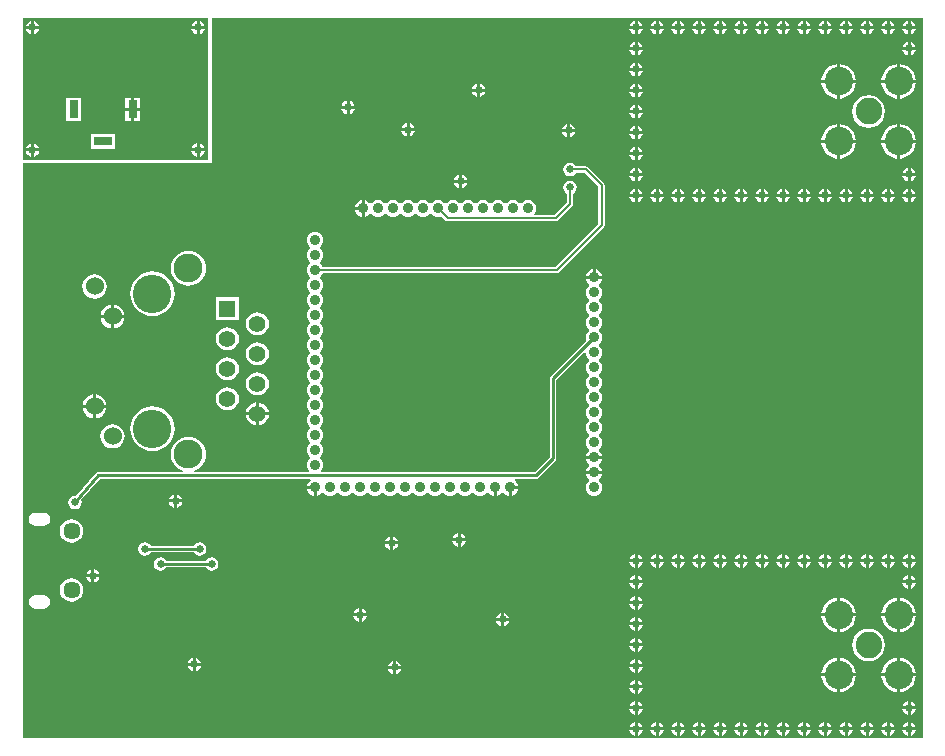
<source format=gbl>
G04*
G04 #@! TF.GenerationSoftware,Altium Limited,Altium Designer,18.0.12 (696)*
G04*
G04 Layer_Physical_Order=2*
G04 Layer_Color=16711680*
%FSLAX25Y25*%
%MOIN*%
G70*
G01*
G75*
%ADD15C,0.00800*%
%ADD18C,0.01000*%
%ADD103R,0.05906X0.03150*%
%ADD104R,0.03150X0.05906*%
%ADD105R,0.03150X0.05906*%
%ADD106C,0.09449*%
%ADD107C,0.08858*%
%ADD108C,0.03600*%
%ADD109C,0.05709*%
%ADD110R,0.05600X0.05600*%
%ADD111C,0.05600*%
%ADD112C,0.09600*%
%ADD113C,0.06000*%
%ADD114C,0.12800*%
%ADD115C,0.02500*%
G36*
X61980Y172520D02*
X0D01*
Y220000D01*
X61980D01*
Y172520D01*
D02*
G37*
G36*
X300000Y-20000D02*
X0D01*
Y171500D01*
X63000D01*
Y220000D01*
X300000D01*
Y-20000D01*
D02*
G37*
%LPC*%
G36*
X59000Y219037D02*
Y217343D01*
X60695D01*
X60619Y217721D01*
X60122Y218465D01*
X59378Y218962D01*
X59000Y219037D01*
D02*
G37*
G36*
X58000D02*
X57622Y218962D01*
X56878Y218465D01*
X56381Y217721D01*
X56305Y217343D01*
X58000D01*
Y219037D01*
D02*
G37*
G36*
X3805D02*
Y217343D01*
X5500D01*
X5425Y217721D01*
X4927Y218465D01*
X4183Y218962D01*
X3805Y219037D01*
D02*
G37*
G36*
X2805D02*
X2427Y218962D01*
X1683Y218465D01*
X1186Y217721D01*
X1111Y217343D01*
X2805D01*
Y219037D01*
D02*
G37*
G36*
X60695Y216343D02*
X59000D01*
Y214648D01*
X59378Y214723D01*
X60122Y215220D01*
X60619Y215965D01*
X60695Y216343D01*
D02*
G37*
G36*
X58000D02*
X56305D01*
X56381Y215965D01*
X56878Y215220D01*
X57622Y214723D01*
X58000Y214648D01*
Y216343D01*
D02*
G37*
G36*
X5500D02*
X3805D01*
Y214648D01*
X4183Y214723D01*
X4927Y215220D01*
X5425Y215965D01*
X5500Y216343D01*
D02*
G37*
G36*
X2805D02*
X1111D01*
X1186Y215965D01*
X1683Y215220D01*
X2427Y214723D01*
X2805Y214648D01*
Y216343D01*
D02*
G37*
G36*
X39260Y193453D02*
X37185D01*
Y190000D01*
X39260D01*
Y193453D01*
D02*
G37*
G36*
X36185D02*
X34110D01*
Y190000D01*
X36185D01*
Y193453D01*
D02*
G37*
G36*
X39260Y189000D02*
X37185D01*
Y185547D01*
X39260D01*
Y189000D01*
D02*
G37*
G36*
X36185D02*
X34110D01*
Y185547D01*
X36185D01*
Y189000D01*
D02*
G37*
G36*
X19575Y193453D02*
X14425D01*
Y185547D01*
X19575D01*
Y193453D01*
D02*
G37*
G36*
X59000Y178195D02*
Y176500D01*
X60695D01*
X60619Y176878D01*
X60122Y177622D01*
X59378Y178120D01*
X59000Y178195D01*
D02*
G37*
G36*
X58000D02*
X57622Y178120D01*
X56878Y177622D01*
X56381Y176878D01*
X56305Y176500D01*
X58000D01*
Y178195D01*
D02*
G37*
G36*
X3805D02*
Y176500D01*
X5500D01*
X5425Y176878D01*
X4927Y177622D01*
X4183Y178120D01*
X3805Y178195D01*
D02*
G37*
G36*
X2805D02*
X2427Y178120D01*
X1683Y177622D01*
X1186Y176878D01*
X1111Y176500D01*
X2805D01*
Y178195D01*
D02*
G37*
G36*
X30795Y181445D02*
X22890D01*
Y176295D01*
X30795D01*
Y181445D01*
D02*
G37*
G36*
X60695Y175500D02*
X59000D01*
Y173805D01*
X59378Y173881D01*
X60122Y174378D01*
X60619Y175122D01*
X60695Y175500D01*
D02*
G37*
G36*
X58000D02*
X56305D01*
X56381Y175122D01*
X56878Y174378D01*
X57622Y173881D01*
X58000Y173805D01*
Y175500D01*
D02*
G37*
G36*
X5500D02*
X3805D01*
Y173805D01*
X4183Y173881D01*
X4927Y174378D01*
X5425Y175122D01*
X5500Y175500D01*
D02*
G37*
G36*
X2805D02*
X1111D01*
X1186Y175122D01*
X1683Y174378D01*
X2427Y173881D01*
X2805Y173805D01*
Y175500D01*
D02*
G37*
G36*
X296000Y219037D02*
Y217343D01*
X297695D01*
X297620Y217721D01*
X297122Y218465D01*
X296378Y218962D01*
X296000Y219037D01*
D02*
G37*
G36*
X295000D02*
X294622Y218962D01*
X293878Y218465D01*
X293380Y217721D01*
X293305Y217343D01*
X295000D01*
Y219037D01*
D02*
G37*
G36*
X289000D02*
Y217343D01*
X290695D01*
X290619Y217721D01*
X290122Y218465D01*
X289378Y218962D01*
X289000Y219037D01*
D02*
G37*
G36*
X288000D02*
X287622Y218962D01*
X286878Y218465D01*
X286381Y217721D01*
X286305Y217343D01*
X288000D01*
Y219037D01*
D02*
G37*
G36*
X282000D02*
Y217343D01*
X283695D01*
X283619Y217721D01*
X283122Y218465D01*
X282378Y218962D01*
X282000Y219037D01*
D02*
G37*
G36*
X281000D02*
X280622Y218962D01*
X279878Y218465D01*
X279380Y217721D01*
X279305Y217343D01*
X281000D01*
Y219037D01*
D02*
G37*
G36*
X275000D02*
Y217343D01*
X276695D01*
X276620Y217721D01*
X276122Y218465D01*
X275378Y218962D01*
X275000Y219037D01*
D02*
G37*
G36*
X274000D02*
X273622Y218962D01*
X272878Y218465D01*
X272380Y217721D01*
X272305Y217343D01*
X274000D01*
Y219037D01*
D02*
G37*
G36*
X268000D02*
Y217343D01*
X269695D01*
X269619Y217721D01*
X269122Y218465D01*
X268378Y218962D01*
X268000Y219037D01*
D02*
G37*
G36*
X267000D02*
X266622Y218962D01*
X265878Y218465D01*
X265381Y217721D01*
X265305Y217343D01*
X267000D01*
Y219037D01*
D02*
G37*
G36*
X261000D02*
Y217343D01*
X262695D01*
X262619Y217721D01*
X262122Y218465D01*
X261378Y218962D01*
X261000Y219037D01*
D02*
G37*
G36*
X260000D02*
X259622Y218962D01*
X258878Y218465D01*
X258381Y217721D01*
X258305Y217343D01*
X260000D01*
Y219037D01*
D02*
G37*
G36*
X254000D02*
Y217343D01*
X255695D01*
X255620Y217721D01*
X255122Y218465D01*
X254378Y218962D01*
X254000Y219037D01*
D02*
G37*
G36*
X253000D02*
X252622Y218962D01*
X251878Y218465D01*
X251380Y217721D01*
X251305Y217343D01*
X253000D01*
Y219037D01*
D02*
G37*
G36*
X247000D02*
Y217343D01*
X248695D01*
X248620Y217721D01*
X248122Y218465D01*
X247378Y218962D01*
X247000Y219037D01*
D02*
G37*
G36*
X246000D02*
X245622Y218962D01*
X244878Y218465D01*
X244380Y217721D01*
X244305Y217343D01*
X246000D01*
Y219037D01*
D02*
G37*
G36*
X240000D02*
Y217343D01*
X241695D01*
X241619Y217721D01*
X241122Y218465D01*
X240378Y218962D01*
X240000Y219037D01*
D02*
G37*
G36*
X239000D02*
X238622Y218962D01*
X237878Y218465D01*
X237381Y217721D01*
X237305Y217343D01*
X239000D01*
Y219037D01*
D02*
G37*
G36*
X233000D02*
Y217343D01*
X234695D01*
X234619Y217721D01*
X234122Y218465D01*
X233378Y218962D01*
X233000Y219037D01*
D02*
G37*
G36*
X232000D02*
X231622Y218962D01*
X230878Y218465D01*
X230381Y217721D01*
X230305Y217343D01*
X232000D01*
Y219037D01*
D02*
G37*
G36*
X226000D02*
Y217343D01*
X227695D01*
X227620Y217721D01*
X227122Y218465D01*
X226378Y218962D01*
X226000Y219037D01*
D02*
G37*
G36*
X225000D02*
X224622Y218962D01*
X223878Y218465D01*
X223380Y217721D01*
X223305Y217343D01*
X225000D01*
Y219037D01*
D02*
G37*
G36*
X219000D02*
Y217343D01*
X220695D01*
X220620Y217721D01*
X220122Y218465D01*
X219378Y218962D01*
X219000Y219037D01*
D02*
G37*
G36*
X218000D02*
X217622Y218962D01*
X216878Y218465D01*
X216381Y217721D01*
X216305Y217343D01*
X218000D01*
Y219037D01*
D02*
G37*
G36*
X212000D02*
Y217343D01*
X213695D01*
X213619Y217721D01*
X213122Y218465D01*
X212378Y218962D01*
X212000Y219037D01*
D02*
G37*
G36*
X211000D02*
X210622Y218962D01*
X209878Y218465D01*
X209381Y217721D01*
X209305Y217343D01*
X211000D01*
Y219037D01*
D02*
G37*
G36*
X205000D02*
Y217343D01*
X206695D01*
X206620Y217721D01*
X206122Y218465D01*
X205378Y218962D01*
X205000Y219037D01*
D02*
G37*
G36*
X204000D02*
X203622Y218962D01*
X202878Y218465D01*
X202380Y217721D01*
X202305Y217343D01*
X204000D01*
Y219037D01*
D02*
G37*
G36*
X297695Y216343D02*
X296000D01*
Y214648D01*
X296378Y214723D01*
X297122Y215220D01*
X297620Y215965D01*
X297695Y216343D01*
D02*
G37*
G36*
X295000D02*
X293305D01*
X293380Y215965D01*
X293878Y215220D01*
X294622Y214723D01*
X295000Y214648D01*
Y216343D01*
D02*
G37*
G36*
X290695D02*
X289000D01*
Y214648D01*
X289378Y214723D01*
X290122Y215220D01*
X290619Y215965D01*
X290695Y216343D01*
D02*
G37*
G36*
X288000D02*
X286305D01*
X286381Y215965D01*
X286878Y215220D01*
X287622Y214723D01*
X288000Y214648D01*
Y216343D01*
D02*
G37*
G36*
X283695D02*
X282000D01*
Y214648D01*
X282378Y214723D01*
X283122Y215220D01*
X283619Y215965D01*
X283695Y216343D01*
D02*
G37*
G36*
X281000D02*
X279305D01*
X279380Y215965D01*
X279878Y215220D01*
X280622Y214723D01*
X281000Y214648D01*
Y216343D01*
D02*
G37*
G36*
X276695D02*
X275000D01*
Y214648D01*
X275378Y214723D01*
X276122Y215220D01*
X276620Y215965D01*
X276695Y216343D01*
D02*
G37*
G36*
X274000D02*
X272305D01*
X272380Y215965D01*
X272878Y215220D01*
X273622Y214723D01*
X274000Y214648D01*
Y216343D01*
D02*
G37*
G36*
X269695D02*
X268000D01*
Y214648D01*
X268378Y214723D01*
X269122Y215220D01*
X269619Y215965D01*
X269695Y216343D01*
D02*
G37*
G36*
X267000D02*
X265305D01*
X265381Y215965D01*
X265878Y215220D01*
X266622Y214723D01*
X267000Y214648D01*
Y216343D01*
D02*
G37*
G36*
X262695D02*
X261000D01*
Y214648D01*
X261378Y214723D01*
X262122Y215220D01*
X262619Y215965D01*
X262695Y216343D01*
D02*
G37*
G36*
X260000D02*
X258305D01*
X258381Y215965D01*
X258878Y215220D01*
X259622Y214723D01*
X260000Y214648D01*
Y216343D01*
D02*
G37*
G36*
X255695D02*
X254000D01*
Y214648D01*
X254378Y214723D01*
X255122Y215220D01*
X255620Y215965D01*
X255695Y216343D01*
D02*
G37*
G36*
X253000D02*
X251305D01*
X251380Y215965D01*
X251878Y215220D01*
X252622Y214723D01*
X253000Y214648D01*
Y216343D01*
D02*
G37*
G36*
X248695D02*
X247000D01*
Y214648D01*
X247378Y214723D01*
X248122Y215220D01*
X248620Y215965D01*
X248695Y216343D01*
D02*
G37*
G36*
X246000D02*
X244305D01*
X244380Y215965D01*
X244878Y215220D01*
X245622Y214723D01*
X246000Y214648D01*
Y216343D01*
D02*
G37*
G36*
X241695D02*
X240000D01*
Y214648D01*
X240378Y214723D01*
X241122Y215220D01*
X241619Y215965D01*
X241695Y216343D01*
D02*
G37*
G36*
X239000D02*
X237305D01*
X237381Y215965D01*
X237878Y215220D01*
X238622Y214723D01*
X239000Y214648D01*
Y216343D01*
D02*
G37*
G36*
X234695D02*
X233000D01*
Y214648D01*
X233378Y214723D01*
X234122Y215220D01*
X234619Y215965D01*
X234695Y216343D01*
D02*
G37*
G36*
X232000D02*
X230305D01*
X230381Y215965D01*
X230878Y215220D01*
X231622Y214723D01*
X232000Y214648D01*
Y216343D01*
D02*
G37*
G36*
X227695D02*
X226000D01*
Y214648D01*
X226378Y214723D01*
X227122Y215220D01*
X227620Y215965D01*
X227695Y216343D01*
D02*
G37*
G36*
X225000D02*
X223305D01*
X223380Y215965D01*
X223878Y215220D01*
X224622Y214723D01*
X225000Y214648D01*
Y216343D01*
D02*
G37*
G36*
X220695D02*
X219000D01*
Y214648D01*
X219378Y214723D01*
X220122Y215220D01*
X220620Y215965D01*
X220695Y216343D01*
D02*
G37*
G36*
X218000D02*
X216305D01*
X216381Y215965D01*
X216878Y215220D01*
X217622Y214723D01*
X218000Y214648D01*
Y216343D01*
D02*
G37*
G36*
X213695D02*
X212000D01*
Y214648D01*
X212378Y214723D01*
X213122Y215220D01*
X213619Y215965D01*
X213695Y216343D01*
D02*
G37*
G36*
X211000D02*
X209305D01*
X209381Y215965D01*
X209878Y215220D01*
X210622Y214723D01*
X211000Y214648D01*
Y216343D01*
D02*
G37*
G36*
X206695D02*
X205000D01*
Y214648D01*
X205378Y214723D01*
X206122Y215220D01*
X206620Y215965D01*
X206695Y216343D01*
D02*
G37*
G36*
X204000D02*
X202305D01*
X202380Y215965D01*
X202878Y215220D01*
X203622Y214723D01*
X204000Y214648D01*
Y216343D01*
D02*
G37*
G36*
X296000Y212037D02*
Y210343D01*
X297695D01*
X297620Y210720D01*
X297122Y211465D01*
X296378Y211962D01*
X296000Y212037D01*
D02*
G37*
G36*
X295000D02*
X294622Y211962D01*
X293878Y211465D01*
X293380Y210720D01*
X293305Y210343D01*
X295000D01*
Y212037D01*
D02*
G37*
G36*
X205000D02*
Y210343D01*
X206695D01*
X206620Y210720D01*
X206122Y211465D01*
X205378Y211962D01*
X205000Y212037D01*
D02*
G37*
G36*
X204000D02*
X203622Y211962D01*
X202878Y211465D01*
X202380Y210720D01*
X202305Y210343D01*
X204000D01*
Y212037D01*
D02*
G37*
G36*
X297695Y209343D02*
X296000D01*
Y207648D01*
X296378Y207723D01*
X297122Y208220D01*
X297620Y208965D01*
X297695Y209343D01*
D02*
G37*
G36*
X295000D02*
X293305D01*
X293380Y208965D01*
X293878Y208220D01*
X294622Y207723D01*
X295000Y207648D01*
Y209343D01*
D02*
G37*
G36*
X206695D02*
X205000D01*
Y207648D01*
X205378Y207723D01*
X206122Y208220D01*
X206620Y208965D01*
X206695Y209343D01*
D02*
G37*
G36*
X204000D02*
X202305D01*
X202380Y208965D01*
X202878Y208220D01*
X203622Y207723D01*
X204000Y207648D01*
Y209343D01*
D02*
G37*
G36*
X205000Y205037D02*
Y203343D01*
X206695D01*
X206620Y203720D01*
X206122Y204465D01*
X205378Y204962D01*
X205000Y205037D01*
D02*
G37*
G36*
X204000D02*
X203622Y204962D01*
X202878Y204465D01*
X202380Y203720D01*
X202305Y203343D01*
X204000D01*
Y205037D01*
D02*
G37*
G36*
X206695Y202343D02*
X205000D01*
Y200648D01*
X205378Y200723D01*
X206122Y201220D01*
X206620Y201965D01*
X206695Y202343D01*
D02*
G37*
G36*
X204000D02*
X202305D01*
X202380Y201965D01*
X202878Y201220D01*
X203622Y200723D01*
X204000Y200648D01*
Y202343D01*
D02*
G37*
G36*
X272500Y204551D02*
Y199343D01*
X277708D01*
X277577Y200337D01*
X277000Y201729D01*
X276083Y202925D01*
X274887Y203843D01*
X273494Y204420D01*
X272500Y204551D01*
D02*
G37*
G36*
X292500D02*
Y199343D01*
X297708D01*
X297577Y200337D01*
X297000Y201729D01*
X296083Y202925D01*
X294887Y203843D01*
X293494Y204420D01*
X292500Y204551D01*
D02*
G37*
G36*
X271500D02*
X270506Y204420D01*
X269113Y203843D01*
X267917Y202925D01*
X267000Y201729D01*
X266423Y200337D01*
X266292Y199343D01*
X271500D01*
Y204551D01*
D02*
G37*
G36*
X291500D02*
X290506Y204420D01*
X289113Y203843D01*
X287917Y202925D01*
X287000Y201729D01*
X286423Y200337D01*
X286292Y199343D01*
X291500D01*
Y204551D01*
D02*
G37*
G36*
X152542Y198152D02*
Y196458D01*
X154237D01*
X154162Y196836D01*
X153664Y197580D01*
X152920Y198077D01*
X152542Y198152D01*
D02*
G37*
G36*
X151542D02*
X151164Y198077D01*
X150420Y197580D01*
X149923Y196836D01*
X149848Y196458D01*
X151542D01*
Y198152D01*
D02*
G37*
G36*
X205000Y198037D02*
Y196343D01*
X206695D01*
X206620Y196721D01*
X206122Y197465D01*
X205378Y197962D01*
X205000Y198037D01*
D02*
G37*
G36*
X204000D02*
X203622Y197962D01*
X202878Y197465D01*
X202380Y196721D01*
X202305Y196343D01*
X204000D01*
Y198037D01*
D02*
G37*
G36*
X154237Y195458D02*
X152542D01*
Y193763D01*
X152920Y193838D01*
X153664Y194336D01*
X154162Y195080D01*
X154237Y195458D01*
D02*
G37*
G36*
X151542D02*
X149848D01*
X149923Y195080D01*
X150420Y194336D01*
X151164Y193838D01*
X151542Y193763D01*
Y195458D01*
D02*
G37*
G36*
X206695Y195343D02*
X205000D01*
Y193648D01*
X205378Y193723D01*
X206122Y194220D01*
X206620Y194965D01*
X206695Y195343D01*
D02*
G37*
G36*
X204000D02*
X202305D01*
X202380Y194965D01*
X202878Y194220D01*
X203622Y193723D01*
X204000Y193648D01*
Y195343D01*
D02*
G37*
G36*
X297708Y198343D02*
X292500D01*
Y193135D01*
X293494Y193265D01*
X294887Y193842D01*
X296083Y194760D01*
X297000Y195956D01*
X297577Y197348D01*
X297708Y198343D01*
D02*
G37*
G36*
X277708D02*
X272500D01*
Y193135D01*
X273494Y193265D01*
X274887Y193842D01*
X276083Y194760D01*
X277000Y195956D01*
X277577Y197348D01*
X277708Y198343D01*
D02*
G37*
G36*
X291500D02*
X286292D01*
X286423Y197348D01*
X287000Y195956D01*
X287917Y194760D01*
X289113Y193842D01*
X290506Y193265D01*
X291500Y193135D01*
Y198343D01*
D02*
G37*
G36*
X271500D02*
X266292D01*
X266423Y197348D01*
X267000Y195956D01*
X267917Y194760D01*
X269113Y193842D01*
X270506Y193265D01*
X271500Y193135D01*
Y198343D01*
D02*
G37*
G36*
X109000Y192444D02*
Y190749D01*
X110695D01*
X110619Y191127D01*
X110122Y191871D01*
X109378Y192368D01*
X109000Y192444D01*
D02*
G37*
G36*
X108000D02*
X107622Y192368D01*
X106878Y191871D01*
X106381Y191127D01*
X106305Y190749D01*
X108000D01*
Y192444D01*
D02*
G37*
G36*
X205000Y191037D02*
Y189343D01*
X206695D01*
X206620Y189720D01*
X206122Y190465D01*
X205378Y190962D01*
X205000Y191037D01*
D02*
G37*
G36*
X204000D02*
X203622Y190962D01*
X202878Y190465D01*
X202380Y189720D01*
X202305Y189343D01*
X204000D01*
Y191037D01*
D02*
G37*
G36*
X110695Y189749D02*
X109000D01*
Y188055D01*
X109378Y188130D01*
X110122Y188627D01*
X110619Y189371D01*
X110695Y189749D01*
D02*
G37*
G36*
X108000D02*
X106305D01*
X106381Y189371D01*
X106878Y188627D01*
X107622Y188130D01*
X108000Y188055D01*
Y189749D01*
D02*
G37*
G36*
X206695Y188343D02*
X205000D01*
Y186648D01*
X205378Y186723D01*
X206122Y187220D01*
X206620Y187965D01*
X206695Y188343D01*
D02*
G37*
G36*
X204000D02*
X202305D01*
X202380Y187965D01*
X202878Y187220D01*
X203622Y186723D01*
X204000Y186648D01*
Y188343D01*
D02*
G37*
G36*
X282000Y194319D02*
X280583Y194132D01*
X279262Y193585D01*
X278128Y192715D01*
X277258Y191581D01*
X276711Y190260D01*
X276524Y188843D01*
X276711Y187425D01*
X277258Y186105D01*
X278128Y184970D01*
X279262Y184100D01*
X280583Y183553D01*
X282000Y183367D01*
X283417Y183553D01*
X284738Y184100D01*
X285872Y184970D01*
X286742Y186105D01*
X287289Y187425D01*
X287476Y188843D01*
X287289Y190260D01*
X286742Y191581D01*
X285872Y192715D01*
X284738Y193585D01*
X283417Y194132D01*
X282000Y194319D01*
D02*
G37*
G36*
X129000Y184919D02*
Y183224D01*
X130695D01*
X130620Y183602D01*
X130122Y184347D01*
X129378Y184844D01*
X129000Y184919D01*
D02*
G37*
G36*
X128000D02*
X127622Y184844D01*
X126878Y184347D01*
X126381Y183602D01*
X126305Y183224D01*
X128000D01*
Y184919D01*
D02*
G37*
G36*
X182500Y184695D02*
Y183000D01*
X184195D01*
X184119Y183378D01*
X183622Y184122D01*
X182878Y184619D01*
X182500Y184695D01*
D02*
G37*
G36*
X181500D02*
X181122Y184619D01*
X180378Y184122D01*
X179880Y183378D01*
X179805Y183000D01*
X181500D01*
Y184695D01*
D02*
G37*
G36*
X205000Y184037D02*
Y182343D01*
X206695D01*
X206620Y182720D01*
X206122Y183465D01*
X205378Y183962D01*
X205000Y184037D01*
D02*
G37*
G36*
X204000D02*
X203622Y183962D01*
X202878Y183465D01*
X202380Y182720D01*
X202305Y182343D01*
X204000D01*
Y184037D01*
D02*
G37*
G36*
X130695Y182224D02*
X129000D01*
Y180530D01*
X129378Y180605D01*
X130122Y181102D01*
X130620Y181846D01*
X130695Y182224D01*
D02*
G37*
G36*
X128000D02*
X126305D01*
X126381Y181846D01*
X126878Y181102D01*
X127622Y180605D01*
X128000Y180530D01*
Y182224D01*
D02*
G37*
G36*
X184195Y182000D02*
X182500D01*
Y180305D01*
X182878Y180380D01*
X183622Y180878D01*
X184119Y181622D01*
X184195Y182000D01*
D02*
G37*
G36*
X181500D02*
X179805D01*
X179880Y181622D01*
X180378Y180878D01*
X181122Y180380D01*
X181500Y180305D01*
Y182000D01*
D02*
G37*
G36*
X206695Y181343D02*
X205000D01*
Y179648D01*
X205378Y179723D01*
X206122Y180220D01*
X206620Y180965D01*
X206695Y181343D01*
D02*
G37*
G36*
X204000D02*
X202305D01*
X202380Y180965D01*
X202878Y180220D01*
X203622Y179723D01*
X204000Y179648D01*
Y181343D01*
D02*
G37*
G36*
X272500Y184551D02*
Y179343D01*
X277708D01*
X277577Y180337D01*
X277000Y181729D01*
X276083Y182925D01*
X274887Y183843D01*
X273494Y184420D01*
X272500Y184551D01*
D02*
G37*
G36*
X292500D02*
Y179343D01*
X297708D01*
X297577Y180337D01*
X297000Y181729D01*
X296083Y182925D01*
X294887Y183843D01*
X293494Y184420D01*
X292500Y184551D01*
D02*
G37*
G36*
X271500D02*
X270506Y184420D01*
X269113Y183843D01*
X267917Y182925D01*
X267000Y181729D01*
X266423Y180337D01*
X266292Y179343D01*
X271500D01*
Y184551D01*
D02*
G37*
G36*
X291500D02*
X290506Y184420D01*
X289113Y183843D01*
X287917Y182925D01*
X287000Y181729D01*
X286423Y180337D01*
X286292Y179343D01*
X291500D01*
Y184551D01*
D02*
G37*
G36*
X205000Y177037D02*
Y175343D01*
X206695D01*
X206620Y175721D01*
X206122Y176465D01*
X205378Y176962D01*
X205000Y177037D01*
D02*
G37*
G36*
X204000D02*
X203622Y176962D01*
X202878Y176465D01*
X202380Y175721D01*
X202305Y175343D01*
X204000D01*
Y177037D01*
D02*
G37*
G36*
X297708Y178343D02*
X292500D01*
Y173135D01*
X293494Y173266D01*
X294887Y173842D01*
X296083Y174760D01*
X297000Y175956D01*
X297577Y177348D01*
X297708Y178343D01*
D02*
G37*
G36*
X277708D02*
X272500D01*
Y173135D01*
X273494Y173266D01*
X274887Y173842D01*
X276083Y174760D01*
X277000Y175956D01*
X277577Y177348D01*
X277708Y178343D01*
D02*
G37*
G36*
X291500D02*
X286292D01*
X286423Y177348D01*
X287000Y175956D01*
X287917Y174760D01*
X289113Y173842D01*
X290506Y173266D01*
X291500Y173135D01*
Y178343D01*
D02*
G37*
G36*
X271500D02*
X266292D01*
X266423Y177348D01*
X267000Y175956D01*
X267917Y174760D01*
X269113Y173842D01*
X270506Y173266D01*
X271500Y173135D01*
Y178343D01*
D02*
G37*
G36*
X206695Y174343D02*
X205000D01*
Y172648D01*
X205378Y172723D01*
X206122Y173220D01*
X206620Y173965D01*
X206695Y174343D01*
D02*
G37*
G36*
X204000D02*
X202305D01*
X202380Y173965D01*
X202878Y173220D01*
X203622Y172723D01*
X204000Y172648D01*
Y174343D01*
D02*
G37*
G36*
X296000Y170037D02*
Y168343D01*
X297695D01*
X297620Y168720D01*
X297122Y169465D01*
X296378Y169962D01*
X296000Y170037D01*
D02*
G37*
G36*
X295000D02*
X294622Y169962D01*
X293878Y169465D01*
X293380Y168720D01*
X293305Y168343D01*
X295000D01*
Y170037D01*
D02*
G37*
G36*
X205000D02*
Y168343D01*
X206695D01*
X206620Y168720D01*
X206122Y169465D01*
X205378Y169962D01*
X205000Y170037D01*
D02*
G37*
G36*
X204000D02*
X203622Y169962D01*
X202878Y169465D01*
X202380Y168720D01*
X202305Y168343D01*
X204000D01*
Y170037D01*
D02*
G37*
G36*
X146500Y167795D02*
Y166100D01*
X148195D01*
X148119Y166478D01*
X147622Y167222D01*
X146878Y167719D01*
X146500Y167795D01*
D02*
G37*
G36*
X145500D02*
X145122Y167719D01*
X144378Y167222D01*
X143880Y166478D01*
X143805Y166100D01*
X145500D01*
Y167795D01*
D02*
G37*
G36*
X297695Y167343D02*
X296000D01*
Y165648D01*
X296378Y165723D01*
X297122Y166220D01*
X297620Y166965D01*
X297695Y167343D01*
D02*
G37*
G36*
X295000D02*
X293305D01*
X293380Y166965D01*
X293878Y166220D01*
X294622Y165723D01*
X295000Y165648D01*
Y167343D01*
D02*
G37*
G36*
X206695D02*
X205000D01*
Y165648D01*
X205378Y165723D01*
X206122Y166220D01*
X206620Y166965D01*
X206695Y167343D01*
D02*
G37*
G36*
X204000D02*
X202305D01*
X202380Y166965D01*
X202878Y166220D01*
X203622Y165723D01*
X204000Y165648D01*
Y167343D01*
D02*
G37*
G36*
X148195Y165100D02*
X146500D01*
Y163405D01*
X146878Y163480D01*
X147622Y163978D01*
X148119Y164722D01*
X148195Y165100D01*
D02*
G37*
G36*
X145500D02*
X143805D01*
X143880Y164722D01*
X144378Y163978D01*
X145122Y163480D01*
X145500Y163405D01*
Y165100D01*
D02*
G37*
G36*
X296000Y163037D02*
Y161343D01*
X297695D01*
X297620Y161721D01*
X297122Y162465D01*
X296378Y162962D01*
X296000Y163037D01*
D02*
G37*
G36*
X295000D02*
X294622Y162962D01*
X293878Y162465D01*
X293380Y161721D01*
X293305Y161343D01*
X295000D01*
Y163037D01*
D02*
G37*
G36*
X289000D02*
Y161343D01*
X290695D01*
X290619Y161721D01*
X290122Y162465D01*
X289378Y162962D01*
X289000Y163037D01*
D02*
G37*
G36*
X288000D02*
X287622Y162962D01*
X286878Y162465D01*
X286381Y161721D01*
X286305Y161343D01*
X288000D01*
Y163037D01*
D02*
G37*
G36*
X282000D02*
Y161343D01*
X283695D01*
X283619Y161721D01*
X283122Y162465D01*
X282378Y162962D01*
X282000Y163037D01*
D02*
G37*
G36*
X281000D02*
X280622Y162962D01*
X279878Y162465D01*
X279380Y161721D01*
X279305Y161343D01*
X281000D01*
Y163037D01*
D02*
G37*
G36*
X275000D02*
Y161343D01*
X276695D01*
X276620Y161721D01*
X276122Y162465D01*
X275378Y162962D01*
X275000Y163037D01*
D02*
G37*
G36*
X274000D02*
X273622Y162962D01*
X272878Y162465D01*
X272380Y161721D01*
X272305Y161343D01*
X274000D01*
Y163037D01*
D02*
G37*
G36*
X268000D02*
Y161343D01*
X269695D01*
X269619Y161721D01*
X269122Y162465D01*
X268378Y162962D01*
X268000Y163037D01*
D02*
G37*
G36*
X267000D02*
X266622Y162962D01*
X265878Y162465D01*
X265381Y161721D01*
X265305Y161343D01*
X267000D01*
Y163037D01*
D02*
G37*
G36*
X261000D02*
Y161343D01*
X262695D01*
X262619Y161721D01*
X262122Y162465D01*
X261378Y162962D01*
X261000Y163037D01*
D02*
G37*
G36*
X260000D02*
X259622Y162962D01*
X258878Y162465D01*
X258381Y161721D01*
X258305Y161343D01*
X260000D01*
Y163037D01*
D02*
G37*
G36*
X254000D02*
Y161343D01*
X255695D01*
X255620Y161721D01*
X255122Y162465D01*
X254378Y162962D01*
X254000Y163037D01*
D02*
G37*
G36*
X253000D02*
X252622Y162962D01*
X251878Y162465D01*
X251380Y161721D01*
X251305Y161343D01*
X253000D01*
Y163037D01*
D02*
G37*
G36*
X247000D02*
Y161343D01*
X248695D01*
X248620Y161721D01*
X248122Y162465D01*
X247378Y162962D01*
X247000Y163037D01*
D02*
G37*
G36*
X246000D02*
X245622Y162962D01*
X244878Y162465D01*
X244380Y161721D01*
X244305Y161343D01*
X246000D01*
Y163037D01*
D02*
G37*
G36*
X240000D02*
Y161343D01*
X241695D01*
X241619Y161721D01*
X241122Y162465D01*
X240378Y162962D01*
X240000Y163037D01*
D02*
G37*
G36*
X239000D02*
X238622Y162962D01*
X237878Y162465D01*
X237381Y161721D01*
X237305Y161343D01*
X239000D01*
Y163037D01*
D02*
G37*
G36*
X233000D02*
Y161343D01*
X234695D01*
X234619Y161721D01*
X234122Y162465D01*
X233378Y162962D01*
X233000Y163037D01*
D02*
G37*
G36*
X232000D02*
X231622Y162962D01*
X230878Y162465D01*
X230381Y161721D01*
X230305Y161343D01*
X232000D01*
Y163037D01*
D02*
G37*
G36*
X226000D02*
Y161343D01*
X227695D01*
X227620Y161721D01*
X227122Y162465D01*
X226378Y162962D01*
X226000Y163037D01*
D02*
G37*
G36*
X225000D02*
X224622Y162962D01*
X223878Y162465D01*
X223380Y161721D01*
X223305Y161343D01*
X225000D01*
Y163037D01*
D02*
G37*
G36*
X219000D02*
Y161343D01*
X220695D01*
X220620Y161721D01*
X220122Y162465D01*
X219378Y162962D01*
X219000Y163037D01*
D02*
G37*
G36*
X218000D02*
X217622Y162962D01*
X216878Y162465D01*
X216381Y161721D01*
X216305Y161343D01*
X218000D01*
Y163037D01*
D02*
G37*
G36*
X212000D02*
Y161343D01*
X213695D01*
X213619Y161721D01*
X213122Y162465D01*
X212378Y162962D01*
X212000Y163037D01*
D02*
G37*
G36*
X211000D02*
X210622Y162962D01*
X209878Y162465D01*
X209381Y161721D01*
X209305Y161343D01*
X211000D01*
Y163037D01*
D02*
G37*
G36*
X205000D02*
Y161343D01*
X206695D01*
X206620Y161721D01*
X206122Y162465D01*
X205378Y162962D01*
X205000Y163037D01*
D02*
G37*
G36*
X204000D02*
X203622Y162962D01*
X202878Y162465D01*
X202380Y161721D01*
X202305Y161343D01*
X204000D01*
Y163037D01*
D02*
G37*
G36*
X297695Y160343D02*
X296000D01*
Y158648D01*
X296378Y158723D01*
X297122Y159220D01*
X297620Y159965D01*
X297695Y160343D01*
D02*
G37*
G36*
X295000D02*
X293305D01*
X293380Y159965D01*
X293878Y159220D01*
X294622Y158723D01*
X295000Y158648D01*
Y160343D01*
D02*
G37*
G36*
X290695D02*
X289000D01*
Y158648D01*
X289378Y158723D01*
X290122Y159220D01*
X290619Y159965D01*
X290695Y160343D01*
D02*
G37*
G36*
X288000D02*
X286305D01*
X286381Y159965D01*
X286878Y159220D01*
X287622Y158723D01*
X288000Y158648D01*
Y160343D01*
D02*
G37*
G36*
X283695D02*
X282000D01*
Y158648D01*
X282378Y158723D01*
X283122Y159220D01*
X283619Y159965D01*
X283695Y160343D01*
D02*
G37*
G36*
X281000D02*
X279305D01*
X279380Y159965D01*
X279878Y159220D01*
X280622Y158723D01*
X281000Y158648D01*
Y160343D01*
D02*
G37*
G36*
X276695D02*
X275000D01*
Y158648D01*
X275378Y158723D01*
X276122Y159220D01*
X276620Y159965D01*
X276695Y160343D01*
D02*
G37*
G36*
X274000D02*
X272305D01*
X272380Y159965D01*
X272878Y159220D01*
X273622Y158723D01*
X274000Y158648D01*
Y160343D01*
D02*
G37*
G36*
X269695D02*
X268000D01*
Y158648D01*
X268378Y158723D01*
X269122Y159220D01*
X269619Y159965D01*
X269695Y160343D01*
D02*
G37*
G36*
X267000D02*
X265305D01*
X265381Y159965D01*
X265878Y159220D01*
X266622Y158723D01*
X267000Y158648D01*
Y160343D01*
D02*
G37*
G36*
X262695D02*
X261000D01*
Y158648D01*
X261378Y158723D01*
X262122Y159220D01*
X262619Y159965D01*
X262695Y160343D01*
D02*
G37*
G36*
X260000D02*
X258305D01*
X258381Y159965D01*
X258878Y159220D01*
X259622Y158723D01*
X260000Y158648D01*
Y160343D01*
D02*
G37*
G36*
X255695D02*
X254000D01*
Y158648D01*
X254378Y158723D01*
X255122Y159220D01*
X255620Y159965D01*
X255695Y160343D01*
D02*
G37*
G36*
X253000D02*
X251305D01*
X251380Y159965D01*
X251878Y159220D01*
X252622Y158723D01*
X253000Y158648D01*
Y160343D01*
D02*
G37*
G36*
X248695D02*
X247000D01*
Y158648D01*
X247378Y158723D01*
X248122Y159220D01*
X248620Y159965D01*
X248695Y160343D01*
D02*
G37*
G36*
X246000D02*
X244305D01*
X244380Y159965D01*
X244878Y159220D01*
X245622Y158723D01*
X246000Y158648D01*
Y160343D01*
D02*
G37*
G36*
X241695D02*
X240000D01*
Y158648D01*
X240378Y158723D01*
X241122Y159220D01*
X241619Y159965D01*
X241695Y160343D01*
D02*
G37*
G36*
X239000D02*
X237305D01*
X237381Y159965D01*
X237878Y159220D01*
X238622Y158723D01*
X239000Y158648D01*
Y160343D01*
D02*
G37*
G36*
X234695D02*
X233000D01*
Y158648D01*
X233378Y158723D01*
X234122Y159220D01*
X234619Y159965D01*
X234695Y160343D01*
D02*
G37*
G36*
X232000D02*
X230305D01*
X230381Y159965D01*
X230878Y159220D01*
X231622Y158723D01*
X232000Y158648D01*
Y160343D01*
D02*
G37*
G36*
X227695D02*
X226000D01*
Y158648D01*
X226378Y158723D01*
X227122Y159220D01*
X227620Y159965D01*
X227695Y160343D01*
D02*
G37*
G36*
X225000D02*
X223305D01*
X223380Y159965D01*
X223878Y159220D01*
X224622Y158723D01*
X225000Y158648D01*
Y160343D01*
D02*
G37*
G36*
X220695D02*
X219000D01*
Y158648D01*
X219378Y158723D01*
X220122Y159220D01*
X220620Y159965D01*
X220695Y160343D01*
D02*
G37*
G36*
X218000D02*
X216305D01*
X216381Y159965D01*
X216878Y159220D01*
X217622Y158723D01*
X218000Y158648D01*
Y160343D01*
D02*
G37*
G36*
X213695D02*
X212000D01*
Y158648D01*
X212378Y158723D01*
X213122Y159220D01*
X213619Y159965D01*
X213695Y160343D01*
D02*
G37*
G36*
X211000D02*
X209305D01*
X209381Y159965D01*
X209878Y159220D01*
X210622Y158723D01*
X211000Y158648D01*
Y160343D01*
D02*
G37*
G36*
X206695D02*
X205000D01*
Y158648D01*
X205378Y158723D01*
X206122Y159220D01*
X206620Y159965D01*
X206695Y160343D01*
D02*
G37*
G36*
X204000D02*
X202305D01*
X202380Y159965D01*
X202878Y159220D01*
X203622Y158723D01*
X204000Y158648D01*
Y160343D01*
D02*
G37*
G36*
X113000Y159258D02*
X112769Y159228D01*
X112088Y158946D01*
X111503Y158497D01*
X111054Y157912D01*
X110772Y157231D01*
X110742Y157000D01*
X113000D01*
Y159258D01*
D02*
G37*
G36*
X182500Y165794D02*
X181622Y165620D01*
X180878Y165122D01*
X180380Y164378D01*
X180206Y163500D01*
X180380Y162622D01*
X180878Y161878D01*
X181480Y161475D01*
Y158422D01*
X177278Y154220D01*
X170910D01*
X170663Y154720D01*
X170946Y155088D01*
X171228Y155769D01*
X171324Y156500D01*
X171228Y157231D01*
X170946Y157912D01*
X170497Y158497D01*
X169912Y158946D01*
X169231Y159228D01*
X168500Y159324D01*
X167769Y159228D01*
X167088Y158946D01*
X166503Y158497D01*
X166315Y158252D01*
X165685D01*
X165497Y158497D01*
X164912Y158946D01*
X164231Y159228D01*
X163500Y159324D01*
X162769Y159228D01*
X162088Y158946D01*
X161503Y158497D01*
X161315Y158252D01*
X160685D01*
X160497Y158497D01*
X159912Y158946D01*
X159231Y159228D01*
X158500Y159324D01*
X157769Y159228D01*
X157088Y158946D01*
X156503Y158497D01*
X156315Y158252D01*
X155685D01*
X155497Y158497D01*
X154912Y158946D01*
X154231Y159228D01*
X153500Y159324D01*
X152769Y159228D01*
X152088Y158946D01*
X151503Y158497D01*
X151315Y158252D01*
X150685D01*
X150497Y158497D01*
X149912Y158946D01*
X149231Y159228D01*
X148500Y159324D01*
X147769Y159228D01*
X147088Y158946D01*
X146503Y158497D01*
X146315Y158252D01*
X145685D01*
X145497Y158497D01*
X144912Y158946D01*
X144231Y159228D01*
X143500Y159324D01*
X142769Y159228D01*
X142088Y158946D01*
X141503Y158497D01*
X141315Y158252D01*
X140685D01*
X140497Y158497D01*
X139912Y158946D01*
X139231Y159228D01*
X138500Y159324D01*
X137769Y159228D01*
X137088Y158946D01*
X136503Y158497D01*
X136315Y158252D01*
X135685D01*
X135497Y158497D01*
X134912Y158946D01*
X134231Y159228D01*
X133500Y159324D01*
X132769Y159228D01*
X132088Y158946D01*
X131503Y158497D01*
X131315Y158252D01*
X130685D01*
X130497Y158497D01*
X129912Y158946D01*
X129231Y159228D01*
X128500Y159324D01*
X127769Y159228D01*
X127088Y158946D01*
X126503Y158497D01*
X126315Y158252D01*
X125685D01*
X125497Y158497D01*
X124912Y158946D01*
X124231Y159228D01*
X123500Y159324D01*
X122769Y159228D01*
X122088Y158946D01*
X121503Y158497D01*
X121315Y158252D01*
X120685D01*
X120497Y158497D01*
X119912Y158946D01*
X119231Y159228D01*
X118500Y159324D01*
X117769Y159228D01*
X117088Y158946D01*
X116503Y158497D01*
X116315Y158252D01*
X115685D01*
X115497Y158497D01*
X114912Y158946D01*
X114231Y159228D01*
X114000Y159258D01*
Y156500D01*
Y153742D01*
X114231Y153772D01*
X114912Y154054D01*
X115497Y154503D01*
X115685Y154748D01*
X116315D01*
X116503Y154503D01*
X117088Y154054D01*
X117769Y153772D01*
X118500Y153676D01*
X119231Y153772D01*
X119912Y154054D01*
X120497Y154503D01*
X120685Y154748D01*
X121315D01*
X121503Y154503D01*
X122088Y154054D01*
X122769Y153772D01*
X123500Y153676D01*
X124231Y153772D01*
X124912Y154054D01*
X125497Y154503D01*
X125685Y154748D01*
X126315D01*
X126503Y154503D01*
X127088Y154054D01*
X127769Y153772D01*
X128500Y153676D01*
X129231Y153772D01*
X129912Y154054D01*
X130497Y154503D01*
X130685Y154748D01*
X131315D01*
X131503Y154503D01*
X132088Y154054D01*
X132769Y153772D01*
X133500Y153676D01*
X134231Y153772D01*
X134912Y154054D01*
X135497Y154503D01*
X135685Y154748D01*
X136315D01*
X136503Y154503D01*
X137088Y154054D01*
X137769Y153772D01*
X138500Y153676D01*
X139231Y153772D01*
X139623Y153935D01*
X141079Y152479D01*
X141410Y152258D01*
X141800Y152180D01*
X177700D01*
X178090Y152258D01*
X178421Y152479D01*
X183221Y157279D01*
X183442Y157610D01*
X183520Y158000D01*
Y161475D01*
X184122Y161878D01*
X184619Y162622D01*
X184794Y163500D01*
X184619Y164378D01*
X184122Y165122D01*
X183378Y165620D01*
X182500Y165794D01*
D02*
G37*
G36*
X113000Y156000D02*
X110742D01*
X110772Y155769D01*
X111054Y155088D01*
X111503Y154503D01*
X112088Y154054D01*
X112769Y153772D01*
X113000Y153742D01*
Y156000D01*
D02*
G37*
G36*
X182500Y171794D02*
X181622Y171619D01*
X180878Y171122D01*
X180380Y170378D01*
X180206Y169500D01*
X180380Y168622D01*
X180878Y167878D01*
X181622Y167380D01*
X182500Y167206D01*
X183378Y167380D01*
X184122Y167878D01*
X184525Y168480D01*
X187505D01*
X191980Y164005D01*
Y151422D01*
X177578Y137020D01*
X100108D01*
X99946Y137412D01*
X99497Y137997D01*
X99252Y138185D01*
Y138815D01*
X99497Y139003D01*
X99946Y139588D01*
X100228Y140269D01*
X100324Y141000D01*
X100228Y141731D01*
X99946Y142412D01*
X99497Y142997D01*
X99252Y143185D01*
Y143815D01*
X99497Y144003D01*
X99946Y144588D01*
X100228Y145269D01*
X100324Y146000D01*
X100228Y146731D01*
X99946Y147412D01*
X99497Y147997D01*
X98912Y148446D01*
X98231Y148728D01*
X97500Y148824D01*
X96769Y148728D01*
X96088Y148446D01*
X95503Y147997D01*
X95054Y147412D01*
X94772Y146731D01*
X94676Y146000D01*
X94772Y145269D01*
X95054Y144588D01*
X95503Y144003D01*
X95748Y143815D01*
Y143185D01*
X95503Y142997D01*
X95054Y142412D01*
X94772Y141731D01*
X94676Y141000D01*
X94772Y140269D01*
X95054Y139588D01*
X95503Y139003D01*
X95748Y138815D01*
Y138185D01*
X95503Y137997D01*
X95054Y137412D01*
X94772Y136731D01*
X94676Y136000D01*
X94772Y135269D01*
X95054Y134588D01*
X95503Y134003D01*
X95748Y133815D01*
Y133185D01*
X95503Y132997D01*
X95054Y132412D01*
X94772Y131731D01*
X94676Y131000D01*
X94772Y130269D01*
X95054Y129588D01*
X95503Y129003D01*
X95748Y128815D01*
Y128185D01*
X95503Y127997D01*
X95054Y127412D01*
X94772Y126731D01*
X94676Y126000D01*
X94772Y125269D01*
X95054Y124588D01*
X95503Y124003D01*
X95748Y123815D01*
Y123185D01*
X95503Y122997D01*
X95054Y122412D01*
X94772Y121731D01*
X94676Y121000D01*
X94772Y120269D01*
X95054Y119588D01*
X95503Y119003D01*
X95748Y118815D01*
Y118185D01*
X95503Y117997D01*
X95054Y117412D01*
X94772Y116731D01*
X94676Y116000D01*
X94772Y115269D01*
X95054Y114588D01*
X95503Y114003D01*
X95748Y113815D01*
Y113185D01*
X95503Y112997D01*
X95054Y112412D01*
X94772Y111731D01*
X94676Y111000D01*
X94772Y110269D01*
X95054Y109588D01*
X95503Y109003D01*
X95748Y108815D01*
Y108185D01*
X95503Y107997D01*
X95054Y107412D01*
X94772Y106731D01*
X94676Y106000D01*
X94772Y105269D01*
X95054Y104588D01*
X95503Y104003D01*
X95748Y103815D01*
Y103185D01*
X95503Y102997D01*
X95054Y102412D01*
X94772Y101731D01*
X94676Y101000D01*
X94772Y100269D01*
X95054Y99588D01*
X95503Y99003D01*
X95748Y98815D01*
Y98185D01*
X95503Y97997D01*
X95054Y97412D01*
X94772Y96731D01*
X94676Y96000D01*
X94772Y95269D01*
X95054Y94588D01*
X95503Y94003D01*
X95748Y93815D01*
Y93185D01*
X95503Y92997D01*
X95054Y92412D01*
X94772Y91731D01*
X94676Y91000D01*
X94772Y90269D01*
X95054Y89588D01*
X95503Y89003D01*
X95748Y88815D01*
Y88185D01*
X95503Y87997D01*
X95054Y87412D01*
X94772Y86731D01*
X94676Y86000D01*
X94772Y85269D01*
X95054Y84588D01*
X95503Y84003D01*
X95748Y83815D01*
Y83185D01*
X95503Y82997D01*
X95054Y82412D01*
X94772Y81731D01*
X94676Y81000D01*
X94772Y80269D01*
X95054Y79588D01*
X95503Y79003D01*
X95748Y78815D01*
Y78185D01*
X95503Y77997D01*
X95054Y77412D01*
X94772Y76731D01*
X94676Y76000D01*
X94772Y75269D01*
X95054Y74588D01*
X95503Y74003D01*
X95748Y73815D01*
Y73185D01*
X95503Y72997D01*
X95054Y72412D01*
X94772Y71731D01*
X94676Y71000D01*
X94772Y70269D01*
X95054Y69588D01*
X95412Y69122D01*
X95240Y68622D01*
X57294D01*
X57220Y69122D01*
X57530Y69216D01*
X58538Y69754D01*
X59421Y70479D01*
X60146Y71362D01*
X60684Y72370D01*
X61016Y73463D01*
X61128Y74600D01*
X61016Y75737D01*
X60684Y76830D01*
X60146Y77838D01*
X59421Y78721D01*
X58538Y79446D01*
X57530Y79984D01*
X56437Y80316D01*
X55300Y80428D01*
X54163Y80316D01*
X53070Y79984D01*
X52062Y79446D01*
X51179Y78721D01*
X50454Y77838D01*
X49916Y76830D01*
X49584Y75737D01*
X49472Y74600D01*
X49584Y73463D01*
X49916Y72370D01*
X50454Y71362D01*
X51179Y70479D01*
X52062Y69754D01*
X53070Y69216D01*
X53380Y69122D01*
X53306Y68622D01*
X25316D01*
X25277Y68614D01*
X25237Y68619D01*
X25063Y68571D01*
X24887Y68536D01*
X24853Y68514D01*
X24815Y68503D01*
X24672Y68393D01*
X24523Y68293D01*
X24500Y68260D01*
X24469Y68235D01*
X17932Y60708D01*
X17500Y60794D01*
X16622Y60619D01*
X15878Y60122D01*
X15381Y59378D01*
X15206Y58500D01*
X15381Y57622D01*
X15878Y56878D01*
X16622Y56381D01*
X17500Y56206D01*
X18378Y56381D01*
X19122Y56878D01*
X19620Y57622D01*
X19794Y58500D01*
X19643Y59258D01*
X25827Y66378D01*
X95867D01*
X95942Y66232D01*
X96000Y65878D01*
X95503Y65497D01*
X95054Y64912D01*
X94772Y64231D01*
X94742Y64000D01*
X97500D01*
Y63500D01*
X98000D01*
Y60742D01*
X98231Y60772D01*
X98912Y61054D01*
X99497Y61503D01*
X99685Y61748D01*
X100315D01*
X100503Y61503D01*
X101088Y61054D01*
X101769Y60772D01*
X102500Y60676D01*
X103231Y60772D01*
X103912Y61054D01*
X104497Y61503D01*
X104685Y61748D01*
X105315D01*
X105503Y61503D01*
X106088Y61054D01*
X106769Y60772D01*
X107500Y60676D01*
X108231Y60772D01*
X108912Y61054D01*
X109497Y61503D01*
X109685Y61748D01*
X110315D01*
X110503Y61503D01*
X111088Y61054D01*
X111769Y60772D01*
X112500Y60676D01*
X113231Y60772D01*
X113912Y61054D01*
X114497Y61503D01*
X114685Y61748D01*
X115315D01*
X115503Y61503D01*
X116088Y61054D01*
X116769Y60772D01*
X117500Y60676D01*
X118231Y60772D01*
X118912Y61054D01*
X119497Y61503D01*
X119685Y61748D01*
X120315D01*
X120503Y61503D01*
X121088Y61054D01*
X121769Y60772D01*
X122500Y60676D01*
X123231Y60772D01*
X123912Y61054D01*
X124497Y61503D01*
X124685Y61748D01*
X125315D01*
X125503Y61503D01*
X126088Y61054D01*
X126769Y60772D01*
X127500Y60676D01*
X128231Y60772D01*
X128912Y61054D01*
X129497Y61503D01*
X129685Y61748D01*
X130315D01*
X130503Y61503D01*
X131088Y61054D01*
X131769Y60772D01*
X132500Y60676D01*
X133231Y60772D01*
X133912Y61054D01*
X134497Y61503D01*
X134685Y61748D01*
X135315D01*
X135503Y61503D01*
X136088Y61054D01*
X136769Y60772D01*
X137500Y60676D01*
X138231Y60772D01*
X138912Y61054D01*
X139497Y61503D01*
X139685Y61748D01*
X140315D01*
X140503Y61503D01*
X141088Y61054D01*
X141769Y60772D01*
X142500Y60676D01*
X143231Y60772D01*
X143912Y61054D01*
X144497Y61503D01*
X144685Y61748D01*
X145315D01*
X145503Y61503D01*
X146088Y61054D01*
X146769Y60772D01*
X147500Y60676D01*
X148231Y60772D01*
X148912Y61054D01*
X149497Y61503D01*
X149685Y61748D01*
X150315D01*
X150503Y61503D01*
X151088Y61054D01*
X151769Y60772D01*
X152500Y60676D01*
X153231Y60772D01*
X153912Y61054D01*
X154497Y61503D01*
X154685Y61748D01*
X155315D01*
X155503Y61503D01*
X156088Y61054D01*
X156769Y60772D01*
X157000Y60742D01*
Y63500D01*
X158000D01*
Y60742D01*
X158231Y60772D01*
X158912Y61054D01*
X159497Y61503D01*
X159685Y61748D01*
X160315D01*
X160503Y61503D01*
X161088Y61054D01*
X161769Y60772D01*
X162000Y60742D01*
Y63500D01*
X162500D01*
Y64000D01*
X165258D01*
X165228Y64231D01*
X164946Y64912D01*
X164497Y65497D01*
X164000Y65878D01*
X164058Y66232D01*
X164133Y66378D01*
X171167D01*
X171167Y66378D01*
X171596Y66464D01*
X171960Y66707D01*
X177635Y72382D01*
X177635Y72382D01*
X177878Y72746D01*
X177964Y73175D01*
Y99378D01*
X187238Y108652D01*
X187689Y108396D01*
X187772Y107769D01*
X188054Y107088D01*
X188503Y106503D01*
X188748Y106315D01*
Y105685D01*
X188503Y105497D01*
X188054Y104912D01*
X187772Y104231D01*
X187676Y103500D01*
X187772Y102769D01*
X188054Y102088D01*
X188503Y101503D01*
X188748Y101315D01*
Y100685D01*
X188503Y100497D01*
X188054Y99912D01*
X187772Y99231D01*
X187676Y98500D01*
X187772Y97769D01*
X188054Y97088D01*
X188503Y96503D01*
X188748Y96315D01*
Y95685D01*
X188503Y95497D01*
X188054Y94912D01*
X187772Y94231D01*
X187676Y93500D01*
X187772Y92769D01*
X188054Y92088D01*
X188503Y91503D01*
X188748Y91315D01*
Y90685D01*
X188503Y90497D01*
X188054Y89912D01*
X187772Y89231D01*
X187676Y88500D01*
X187772Y87769D01*
X188054Y87088D01*
X188503Y86503D01*
X188748Y86315D01*
Y85685D01*
X188503Y85497D01*
X188054Y84912D01*
X187772Y84231D01*
X187676Y83500D01*
X187772Y82769D01*
X188054Y82088D01*
X188503Y81503D01*
X188748Y81315D01*
Y80685D01*
X188503Y80497D01*
X188054Y79912D01*
X187772Y79231D01*
X187676Y78500D01*
X187772Y77769D01*
X188054Y77088D01*
X188503Y76503D01*
X188748Y76315D01*
Y75685D01*
X188503Y75497D01*
X188054Y74912D01*
X187772Y74231D01*
X187742Y74000D01*
X193258D01*
X193228Y74231D01*
X192946Y74912D01*
X192497Y75497D01*
X192252Y75685D01*
Y76315D01*
X192497Y76503D01*
X192946Y77088D01*
X193228Y77769D01*
X193324Y78500D01*
X193228Y79231D01*
X192946Y79912D01*
X192497Y80497D01*
X192252Y80685D01*
Y81315D01*
X192497Y81503D01*
X192946Y82088D01*
X193228Y82769D01*
X193324Y83500D01*
X193228Y84231D01*
X192946Y84912D01*
X192497Y85497D01*
X192252Y85685D01*
Y86315D01*
X192497Y86503D01*
X192946Y87088D01*
X193228Y87769D01*
X193324Y88500D01*
X193228Y89231D01*
X192946Y89912D01*
X192497Y90497D01*
X192252Y90685D01*
Y91315D01*
X192497Y91503D01*
X192946Y92088D01*
X193228Y92769D01*
X193324Y93500D01*
X193228Y94231D01*
X192946Y94912D01*
X192497Y95497D01*
X192252Y95685D01*
Y96315D01*
X192497Y96503D01*
X192946Y97088D01*
X193228Y97769D01*
X193324Y98500D01*
X193228Y99231D01*
X192946Y99912D01*
X192497Y100497D01*
X192252Y100685D01*
Y101315D01*
X192497Y101503D01*
X192946Y102088D01*
X193228Y102769D01*
X193324Y103500D01*
X193228Y104231D01*
X192946Y104912D01*
X192497Y105497D01*
X192252Y105685D01*
Y106315D01*
X192497Y106503D01*
X192946Y107088D01*
X193228Y107769D01*
X193324Y108500D01*
X193228Y109231D01*
X192946Y109912D01*
X192497Y110497D01*
X192252Y110685D01*
Y111315D01*
X192497Y111503D01*
X192946Y112088D01*
X193228Y112769D01*
X193324Y113500D01*
X193228Y114231D01*
X192946Y114912D01*
X192497Y115497D01*
X192252Y115685D01*
Y116315D01*
X192497Y116503D01*
X192946Y117088D01*
X193228Y117769D01*
X193324Y118500D01*
X193228Y119231D01*
X192946Y119912D01*
X192497Y120497D01*
X192252Y120685D01*
Y121315D01*
X192497Y121503D01*
X192946Y122088D01*
X193228Y122769D01*
X193324Y123500D01*
X193228Y124231D01*
X192946Y124912D01*
X192497Y125497D01*
X192252Y125685D01*
Y126315D01*
X192497Y126503D01*
X192946Y127088D01*
X193228Y127769D01*
X193324Y128500D01*
X193228Y129231D01*
X192946Y129912D01*
X192497Y130497D01*
X192252Y130685D01*
Y131315D01*
X192497Y131503D01*
X192946Y132088D01*
X193228Y132769D01*
X193258Y133000D01*
X187742D01*
X187772Y132769D01*
X188054Y132088D01*
X188503Y131503D01*
X188748Y131315D01*
Y130685D01*
X188503Y130497D01*
X188054Y129912D01*
X187772Y129231D01*
X187676Y128500D01*
X187772Y127769D01*
X188054Y127088D01*
X188503Y126503D01*
X188748Y126315D01*
Y125685D01*
X188503Y125497D01*
X188054Y124912D01*
X187772Y124231D01*
X187676Y123500D01*
X187772Y122769D01*
X188054Y122088D01*
X188503Y121503D01*
X188748Y121315D01*
Y120685D01*
X188503Y120497D01*
X188054Y119912D01*
X187772Y119231D01*
X187676Y118500D01*
X187772Y117769D01*
X188054Y117088D01*
X188503Y116503D01*
X188748Y116315D01*
Y115685D01*
X188503Y115497D01*
X188054Y114912D01*
X187772Y114231D01*
X187676Y113500D01*
X187772Y112769D01*
X187892Y112478D01*
X176049Y100635D01*
X175806Y100271D01*
X175721Y99842D01*
X175721Y99842D01*
Y73640D01*
X170702Y68622D01*
X99760D01*
X99588Y69122D01*
X99946Y69588D01*
X100228Y70269D01*
X100324Y71000D01*
X100228Y71731D01*
X99946Y72412D01*
X99497Y72997D01*
X99252Y73185D01*
Y73815D01*
X99497Y74003D01*
X99946Y74588D01*
X100228Y75269D01*
X100324Y76000D01*
X100228Y76731D01*
X99946Y77412D01*
X99497Y77997D01*
X99252Y78185D01*
Y78815D01*
X99497Y79003D01*
X99946Y79588D01*
X100228Y80269D01*
X100324Y81000D01*
X100228Y81731D01*
X99946Y82412D01*
X99497Y82997D01*
X99252Y83185D01*
Y83815D01*
X99497Y84003D01*
X99946Y84588D01*
X100228Y85269D01*
X100324Y86000D01*
X100228Y86731D01*
X99946Y87412D01*
X99497Y87997D01*
X99252Y88185D01*
Y88815D01*
X99497Y89003D01*
X99946Y89588D01*
X100228Y90269D01*
X100324Y91000D01*
X100228Y91731D01*
X99946Y92412D01*
X99497Y92997D01*
X99252Y93185D01*
Y93815D01*
X99497Y94003D01*
X99946Y94588D01*
X100228Y95269D01*
X100324Y96000D01*
X100228Y96731D01*
X99946Y97412D01*
X99497Y97997D01*
X99252Y98185D01*
Y98815D01*
X99497Y99003D01*
X99946Y99588D01*
X100228Y100269D01*
X100324Y101000D01*
X100228Y101731D01*
X99946Y102412D01*
X99497Y102997D01*
X99252Y103185D01*
Y103815D01*
X99497Y104003D01*
X99946Y104588D01*
X100228Y105269D01*
X100324Y106000D01*
X100228Y106731D01*
X99946Y107412D01*
X99497Y107997D01*
X99252Y108185D01*
Y108815D01*
X99497Y109003D01*
X99946Y109588D01*
X100228Y110269D01*
X100324Y111000D01*
X100228Y111731D01*
X99946Y112412D01*
X99497Y112997D01*
X99252Y113185D01*
Y113815D01*
X99497Y114003D01*
X99946Y114588D01*
X100228Y115269D01*
X100324Y116000D01*
X100228Y116731D01*
X99946Y117412D01*
X99497Y117997D01*
X99252Y118185D01*
Y118815D01*
X99497Y119003D01*
X99946Y119588D01*
X100228Y120269D01*
X100324Y121000D01*
X100228Y121731D01*
X99946Y122412D01*
X99497Y122997D01*
X99252Y123185D01*
Y123815D01*
X99497Y124003D01*
X99946Y124588D01*
X100228Y125269D01*
X100324Y126000D01*
X100228Y126731D01*
X99946Y127412D01*
X99497Y127997D01*
X99252Y128185D01*
Y128815D01*
X99497Y129003D01*
X99946Y129588D01*
X100228Y130269D01*
X100324Y131000D01*
X100228Y131731D01*
X99946Y132412D01*
X99497Y132997D01*
X99252Y133185D01*
Y133815D01*
X99497Y134003D01*
X99946Y134588D01*
X100108Y134980D01*
X178000D01*
X178390Y135058D01*
X178721Y135279D01*
X193721Y150279D01*
X193942Y150610D01*
X194020Y151000D01*
Y164427D01*
X193942Y164818D01*
X193721Y165148D01*
X188648Y170221D01*
X188318Y170442D01*
X187927Y170520D01*
X184525D01*
X184122Y171122D01*
X183378Y171619D01*
X182500Y171794D01*
D02*
G37*
G36*
X191000Y136258D02*
Y134000D01*
X193258D01*
X193228Y134231D01*
X192946Y134912D01*
X192497Y135497D01*
X191912Y135946D01*
X191231Y136228D01*
X191000Y136258D01*
D02*
G37*
G36*
X190000D02*
X189769Y136228D01*
X189088Y135946D01*
X188503Y135497D01*
X188054Y134912D01*
X187772Y134231D01*
X187742Y134000D01*
X190000D01*
Y136258D01*
D02*
G37*
G36*
X55300Y142428D02*
X54163Y142316D01*
X53070Y141984D01*
X52062Y141446D01*
X51179Y140721D01*
X50454Y139838D01*
X49916Y138830D01*
X49584Y137737D01*
X49472Y136600D01*
X49584Y135463D01*
X49916Y134370D01*
X50454Y133362D01*
X51179Y132479D01*
X52062Y131754D01*
X53070Y131216D01*
X54163Y130884D01*
X55300Y130772D01*
X56437Y130884D01*
X57530Y131216D01*
X58538Y131754D01*
X59421Y132479D01*
X60146Y133362D01*
X60684Y134370D01*
X61016Y135463D01*
X61128Y136600D01*
X61016Y137737D01*
X60684Y138830D01*
X60146Y139838D01*
X59421Y140721D01*
X58538Y141446D01*
X57530Y141984D01*
X56437Y142316D01*
X55300Y142428D01*
D02*
G37*
G36*
X24000Y134535D02*
X22956Y134397D01*
X21983Y133994D01*
X21147Y133353D01*
X20506Y132517D01*
X20103Y131544D01*
X19965Y130500D01*
X20103Y129456D01*
X20506Y128483D01*
X21147Y127647D01*
X21983Y127006D01*
X22956Y126603D01*
X24000Y126465D01*
X25044Y126603D01*
X26017Y127006D01*
X26853Y127647D01*
X27494Y128483D01*
X27897Y129456D01*
X28034Y130500D01*
X27897Y131544D01*
X27494Y132517D01*
X26853Y133353D01*
X26017Y133994D01*
X25044Y134397D01*
X24000Y134535D01*
D02*
G37*
G36*
X30500Y124469D02*
Y121000D01*
X33969D01*
X33897Y121544D01*
X33494Y122517D01*
X32853Y123353D01*
X32017Y123994D01*
X31044Y124397D01*
X30500Y124469D01*
D02*
G37*
G36*
X29500D02*
X28956Y124397D01*
X27983Y123994D01*
X27147Y123353D01*
X26506Y122517D01*
X26103Y121544D01*
X26031Y121000D01*
X29500D01*
Y124469D01*
D02*
G37*
G36*
X43300Y135536D02*
X41849Y135393D01*
X40454Y134970D01*
X39169Y134283D01*
X38042Y133358D01*
X37117Y132231D01*
X36430Y130946D01*
X36007Y129551D01*
X35864Y128100D01*
X36007Y126649D01*
X36430Y125254D01*
X37117Y123969D01*
X38042Y122842D01*
X39169Y121917D01*
X40454Y121230D01*
X41849Y120807D01*
X43300Y120664D01*
X44751Y120807D01*
X46146Y121230D01*
X47431Y121917D01*
X48558Y122842D01*
X49483Y123969D01*
X50170Y125254D01*
X50593Y126649D01*
X50736Y128100D01*
X50593Y129551D01*
X50170Y130946D01*
X49483Y132231D01*
X48558Y133358D01*
X47431Y134283D01*
X46146Y134970D01*
X44751Y135393D01*
X43300Y135536D01*
D02*
G37*
G36*
X72100Y126900D02*
X64500D01*
Y119300D01*
X72100D01*
Y126900D01*
D02*
G37*
G36*
X33969Y120000D02*
X30500D01*
Y116531D01*
X31044Y116603D01*
X32017Y117006D01*
X32853Y117647D01*
X33494Y118483D01*
X33897Y119456D01*
X33969Y120000D01*
D02*
G37*
G36*
X29500D02*
X26031D01*
X26103Y119456D01*
X26506Y118483D01*
X27147Y117647D01*
X27983Y117006D01*
X28956Y116603D01*
X29500Y116531D01*
Y120000D01*
D02*
G37*
G36*
X78300Y121933D02*
X77308Y121802D01*
X76384Y121419D01*
X75590Y120810D01*
X74981Y120016D01*
X74598Y119092D01*
X74467Y118100D01*
X74598Y117108D01*
X74981Y116184D01*
X75590Y115390D01*
X76384Y114781D01*
X77308Y114398D01*
X78300Y114267D01*
X79292Y114398D01*
X80216Y114781D01*
X81010Y115390D01*
X81619Y116184D01*
X82002Y117108D01*
X82133Y118100D01*
X82002Y119092D01*
X81619Y120016D01*
X81010Y120810D01*
X80216Y121419D01*
X79292Y121802D01*
X78300Y121933D01*
D02*
G37*
G36*
X68300Y116933D02*
X67308Y116802D01*
X66384Y116419D01*
X65590Y115810D01*
X64981Y115016D01*
X64598Y114092D01*
X64467Y113100D01*
X64598Y112108D01*
X64981Y111184D01*
X65590Y110390D01*
X66384Y109781D01*
X67308Y109398D01*
X68300Y109267D01*
X69292Y109398D01*
X70216Y109781D01*
X71010Y110390D01*
X71619Y111184D01*
X72002Y112108D01*
X72133Y113100D01*
X72002Y114092D01*
X71619Y115016D01*
X71010Y115810D01*
X70216Y116419D01*
X69292Y116802D01*
X68300Y116933D01*
D02*
G37*
G36*
X78300Y111933D02*
X77308Y111802D01*
X76384Y111419D01*
X75590Y110810D01*
X74981Y110016D01*
X74598Y109092D01*
X74467Y108100D01*
X74598Y107108D01*
X74981Y106184D01*
X75590Y105390D01*
X76384Y104781D01*
X77308Y104398D01*
X78300Y104267D01*
X79292Y104398D01*
X80216Y104781D01*
X81010Y105390D01*
X81619Y106184D01*
X82002Y107108D01*
X82133Y108100D01*
X82002Y109092D01*
X81619Y110016D01*
X81010Y110810D01*
X80216Y111419D01*
X79292Y111802D01*
X78300Y111933D01*
D02*
G37*
G36*
X68300Y106933D02*
X67308Y106802D01*
X66384Y106419D01*
X65590Y105810D01*
X64981Y105016D01*
X64598Y104092D01*
X64467Y103100D01*
X64598Y102108D01*
X64981Y101184D01*
X65590Y100390D01*
X66384Y99781D01*
X67308Y99398D01*
X68300Y99267D01*
X69292Y99398D01*
X70216Y99781D01*
X71010Y100390D01*
X71619Y101184D01*
X72002Y102108D01*
X72133Y103100D01*
X72002Y104092D01*
X71619Y105016D01*
X71010Y105810D01*
X70216Y106419D01*
X69292Y106802D01*
X68300Y106933D01*
D02*
G37*
G36*
X78300Y101933D02*
X77308Y101802D01*
X76384Y101419D01*
X75590Y100810D01*
X74981Y100016D01*
X74598Y99092D01*
X74467Y98100D01*
X74598Y97108D01*
X74981Y96184D01*
X75590Y95390D01*
X76384Y94781D01*
X77308Y94398D01*
X78300Y94267D01*
X79292Y94398D01*
X80216Y94781D01*
X81010Y95390D01*
X81619Y96184D01*
X82002Y97108D01*
X82133Y98100D01*
X82002Y99092D01*
X81619Y100016D01*
X81010Y100810D01*
X80216Y101419D01*
X79292Y101802D01*
X78300Y101933D01*
D02*
G37*
G36*
X24500Y94569D02*
Y91100D01*
X27969D01*
X27897Y91644D01*
X27494Y92617D01*
X26853Y93453D01*
X26017Y94094D01*
X25044Y94497D01*
X24500Y94569D01*
D02*
G37*
G36*
X23500D02*
X22956Y94497D01*
X21983Y94094D01*
X21147Y93453D01*
X20506Y92617D01*
X20103Y91644D01*
X20031Y91100D01*
X23500D01*
Y94569D01*
D02*
G37*
G36*
X68300Y96933D02*
X67308Y96802D01*
X66384Y96419D01*
X65590Y95810D01*
X64981Y95016D01*
X64598Y94092D01*
X64467Y93100D01*
X64598Y92108D01*
X64981Y91184D01*
X65590Y90390D01*
X66384Y89781D01*
X67308Y89398D01*
X68300Y89267D01*
X69292Y89398D01*
X70216Y89781D01*
X71010Y90390D01*
X71619Y91184D01*
X72002Y92108D01*
X72133Y93100D01*
X72002Y94092D01*
X71619Y95016D01*
X71010Y95810D01*
X70216Y96419D01*
X69292Y96802D01*
X68300Y96933D01*
D02*
G37*
G36*
X78800Y91867D02*
Y88600D01*
X82067D01*
X82002Y89092D01*
X81619Y90016D01*
X81010Y90810D01*
X80216Y91419D01*
X79292Y91802D01*
X78800Y91867D01*
D02*
G37*
G36*
X77800D02*
X77308Y91802D01*
X76384Y91419D01*
X75590Y90810D01*
X74981Y90016D01*
X74598Y89092D01*
X74533Y88600D01*
X77800D01*
Y91867D01*
D02*
G37*
G36*
X27969Y90100D02*
X24500D01*
Y86631D01*
X25044Y86703D01*
X26017Y87106D01*
X26853Y87747D01*
X27494Y88583D01*
X27897Y89556D01*
X27969Y90100D01*
D02*
G37*
G36*
X23500D02*
X20031D01*
X20103Y89556D01*
X20506Y88583D01*
X21147Y87747D01*
X21983Y87106D01*
X22956Y86703D01*
X23500Y86631D01*
Y90100D01*
D02*
G37*
G36*
X82067Y87600D02*
X78800D01*
Y84333D01*
X79292Y84398D01*
X80216Y84781D01*
X81010Y85390D01*
X81619Y86184D01*
X82002Y87108D01*
X82067Y87600D01*
D02*
G37*
G36*
X77800D02*
X74533D01*
X74598Y87108D01*
X74981Y86184D01*
X75590Y85390D01*
X76384Y84781D01*
X77308Y84398D01*
X77800Y84333D01*
Y87600D01*
D02*
G37*
G36*
X30000Y84635D02*
X28956Y84497D01*
X27983Y84094D01*
X27147Y83453D01*
X26506Y82617D01*
X26103Y81644D01*
X25965Y80600D01*
X26103Y79556D01*
X26506Y78583D01*
X27147Y77747D01*
X27983Y77106D01*
X28956Y76703D01*
X30000Y76565D01*
X31044Y76703D01*
X32017Y77106D01*
X32853Y77747D01*
X33494Y78583D01*
X33897Y79556D01*
X34034Y80600D01*
X33897Y81644D01*
X33494Y82617D01*
X32853Y83453D01*
X32017Y84094D01*
X31044Y84497D01*
X30000Y84635D01*
D02*
G37*
G36*
X43300Y90536D02*
X41849Y90393D01*
X40454Y89970D01*
X39169Y89283D01*
X38042Y88358D01*
X37117Y87231D01*
X36430Y85946D01*
X36007Y84551D01*
X35864Y83100D01*
X36007Y81649D01*
X36430Y80254D01*
X37117Y78969D01*
X38042Y77842D01*
X39169Y76917D01*
X40454Y76230D01*
X41849Y75807D01*
X43300Y75664D01*
X44751Y75807D01*
X46146Y76230D01*
X47431Y76917D01*
X48558Y77842D01*
X49483Y78969D01*
X50170Y80254D01*
X50593Y81649D01*
X50736Y83100D01*
X50593Y84551D01*
X50170Y85946D01*
X49483Y87231D01*
X48558Y88358D01*
X47431Y89283D01*
X46146Y89970D01*
X44751Y90393D01*
X43300Y90536D01*
D02*
G37*
G36*
X193258Y73000D02*
X187742D01*
X187772Y72769D01*
X188054Y72088D01*
X188503Y71503D01*
X188748Y71315D01*
Y70685D01*
X188503Y70497D01*
X188054Y69912D01*
X187772Y69231D01*
X187742Y69000D01*
X193258D01*
X193228Y69231D01*
X192946Y69912D01*
X192497Y70497D01*
X192252Y70685D01*
Y71315D01*
X192497Y71503D01*
X192946Y72088D01*
X193228Y72769D01*
X193258Y73000D01*
D02*
G37*
G36*
X165258Y63000D02*
X163000D01*
Y60742D01*
X163231Y60772D01*
X163912Y61054D01*
X164497Y61503D01*
X164946Y62088D01*
X165228Y62769D01*
X165258Y63000D01*
D02*
G37*
G36*
X97000D02*
X94742D01*
X94772Y62769D01*
X95054Y62088D01*
X95503Y61503D01*
X96088Y61054D01*
X96769Y60772D01*
X97000Y60742D01*
Y63000D01*
D02*
G37*
G36*
X193258Y68000D02*
X187742D01*
X187772Y67769D01*
X188054Y67088D01*
X188503Y66503D01*
X188748Y66315D01*
Y65685D01*
X188503Y65497D01*
X188054Y64912D01*
X187772Y64231D01*
X187676Y63500D01*
X187772Y62769D01*
X188054Y62088D01*
X188503Y61503D01*
X189088Y61054D01*
X189769Y60772D01*
X190500Y60676D01*
X191231Y60772D01*
X191912Y61054D01*
X192497Y61503D01*
X192946Y62088D01*
X193228Y62769D01*
X193324Y63500D01*
X193228Y64231D01*
X192946Y64912D01*
X192497Y65497D01*
X192252Y65685D01*
Y66315D01*
X192497Y66503D01*
X192946Y67088D01*
X193228Y67769D01*
X193258Y68000D01*
D02*
G37*
G36*
X51500Y61195D02*
Y59500D01*
X53195D01*
X53119Y59878D01*
X52622Y60622D01*
X51878Y61119D01*
X51500Y61195D01*
D02*
G37*
G36*
X50500D02*
X50122Y61119D01*
X49378Y60622D01*
X48880Y59878D01*
X48805Y59500D01*
X50500D01*
Y61195D01*
D02*
G37*
G36*
X53195Y58500D02*
X51500D01*
Y56805D01*
X51878Y56881D01*
X52622Y57378D01*
X53119Y58122D01*
X53195Y58500D01*
D02*
G37*
G36*
X50500D02*
X48805D01*
X48880Y58122D01*
X49378Y57378D01*
X50122Y56881D01*
X50500Y56805D01*
Y58500D01*
D02*
G37*
G36*
X7080Y55161D02*
X4324D01*
X3473Y54992D01*
X2752Y54510D01*
X2270Y53788D01*
X2101Y52937D01*
X2270Y52086D01*
X2752Y51364D01*
X3473Y50883D01*
X4324Y50713D01*
X7080D01*
X7931Y50883D01*
X8653Y51364D01*
X9135Y52086D01*
X9304Y52937D01*
X9135Y53788D01*
X8653Y54510D01*
X7931Y54992D01*
X7080Y55161D01*
D02*
G37*
G36*
X146000Y48195D02*
Y46500D01*
X147695D01*
X147619Y46878D01*
X147122Y47622D01*
X146378Y48120D01*
X146000Y48195D01*
D02*
G37*
G36*
X145000D02*
X144622Y48120D01*
X143878Y47622D01*
X143380Y46878D01*
X143305Y46500D01*
X145000D01*
Y48195D01*
D02*
G37*
G36*
X123500Y47195D02*
Y45500D01*
X125195D01*
X125119Y45878D01*
X124622Y46622D01*
X123878Y47120D01*
X123500Y47195D01*
D02*
G37*
G36*
X122500D02*
X122122Y47120D01*
X121378Y46622D01*
X120880Y45878D01*
X120805Y45500D01*
X122500D01*
Y47195D01*
D02*
G37*
G36*
X16332Y52888D02*
X15326Y52755D01*
X14388Y52367D01*
X13583Y51749D01*
X12966Y50944D01*
X12577Y50006D01*
X12445Y49000D01*
X12577Y47994D01*
X12966Y47056D01*
X13583Y46251D01*
X14388Y45633D01*
X15326Y45245D01*
X16332Y45112D01*
X17338Y45245D01*
X18276Y45633D01*
X19081Y46251D01*
X19699Y47056D01*
X20087Y47994D01*
X20220Y49000D01*
X20087Y50006D01*
X19699Y50944D01*
X19081Y51749D01*
X18276Y52367D01*
X17338Y52755D01*
X16332Y52888D01*
D02*
G37*
G36*
X59000Y45294D02*
X58122Y45120D01*
X57378Y44622D01*
X57043Y44122D01*
X42741D01*
X42406Y44622D01*
X41662Y45120D01*
X40784Y45294D01*
X39906Y45120D01*
X39162Y44622D01*
X38665Y43878D01*
X38490Y43000D01*
X38665Y42122D01*
X39162Y41378D01*
X39906Y40881D01*
X40784Y40706D01*
X41662Y40881D01*
X42406Y41378D01*
X42741Y41878D01*
X57043D01*
X57378Y41378D01*
X58122Y40881D01*
X59000Y40706D01*
X59878Y40881D01*
X60622Y41378D01*
X61119Y42122D01*
X61294Y43000D01*
X61119Y43878D01*
X60622Y44622D01*
X59878Y45120D01*
X59000Y45294D01*
D02*
G37*
G36*
X147695Y45500D02*
X146000D01*
Y43805D01*
X146378Y43881D01*
X147122Y44378D01*
X147619Y45122D01*
X147695Y45500D01*
D02*
G37*
G36*
X145000D02*
X143305D01*
X143380Y45122D01*
X143878Y44378D01*
X144622Y43881D01*
X145000Y43805D01*
Y45500D01*
D02*
G37*
G36*
X125195Y44500D02*
X123500D01*
Y42805D01*
X123878Y42880D01*
X124622Y43378D01*
X125119Y44122D01*
X125195Y44500D01*
D02*
G37*
G36*
X122500D02*
X120805D01*
X120880Y44122D01*
X121378Y43378D01*
X122122Y42880D01*
X122500Y42805D01*
Y44500D01*
D02*
G37*
G36*
X296000Y41195D02*
Y39500D01*
X297695D01*
X297620Y39878D01*
X297122Y40622D01*
X296378Y41120D01*
X296000Y41195D01*
D02*
G37*
G36*
X295000D02*
X294622Y41120D01*
X293878Y40622D01*
X293380Y39878D01*
X293305Y39500D01*
X295000D01*
Y41195D01*
D02*
G37*
G36*
X289000D02*
Y39500D01*
X290695D01*
X290619Y39878D01*
X290122Y40622D01*
X289378Y41120D01*
X289000Y41195D01*
D02*
G37*
G36*
X288000D02*
X287622Y41120D01*
X286878Y40622D01*
X286381Y39878D01*
X286305Y39500D01*
X288000D01*
Y41195D01*
D02*
G37*
G36*
X282000D02*
Y39500D01*
X283695D01*
X283619Y39878D01*
X283122Y40622D01*
X282378Y41120D01*
X282000Y41195D01*
D02*
G37*
G36*
X281000D02*
X280622Y41120D01*
X279878Y40622D01*
X279380Y39878D01*
X279305Y39500D01*
X281000D01*
Y41195D01*
D02*
G37*
G36*
X275000D02*
Y39500D01*
X276695D01*
X276620Y39878D01*
X276122Y40622D01*
X275378Y41120D01*
X275000Y41195D01*
D02*
G37*
G36*
X274000D02*
X273622Y41120D01*
X272878Y40622D01*
X272380Y39878D01*
X272305Y39500D01*
X274000D01*
Y41195D01*
D02*
G37*
G36*
X268000D02*
Y39500D01*
X269695D01*
X269619Y39878D01*
X269122Y40622D01*
X268378Y41120D01*
X268000Y41195D01*
D02*
G37*
G36*
X267000D02*
X266622Y41120D01*
X265878Y40622D01*
X265381Y39878D01*
X265305Y39500D01*
X267000D01*
Y41195D01*
D02*
G37*
G36*
X261000D02*
Y39500D01*
X262695D01*
X262619Y39878D01*
X262122Y40622D01*
X261378Y41120D01*
X261000Y41195D01*
D02*
G37*
G36*
X260000D02*
X259622Y41120D01*
X258878Y40622D01*
X258381Y39878D01*
X258305Y39500D01*
X260000D01*
Y41195D01*
D02*
G37*
G36*
X254000D02*
Y39500D01*
X255695D01*
X255620Y39878D01*
X255122Y40622D01*
X254378Y41120D01*
X254000Y41195D01*
D02*
G37*
G36*
X253000D02*
X252622Y41120D01*
X251878Y40622D01*
X251380Y39878D01*
X251305Y39500D01*
X253000D01*
Y41195D01*
D02*
G37*
G36*
X247000D02*
Y39500D01*
X248695D01*
X248620Y39878D01*
X248122Y40622D01*
X247378Y41120D01*
X247000Y41195D01*
D02*
G37*
G36*
X246000D02*
X245622Y41120D01*
X244878Y40622D01*
X244380Y39878D01*
X244305Y39500D01*
X246000D01*
Y41195D01*
D02*
G37*
G36*
X240000D02*
Y39500D01*
X241695D01*
X241619Y39878D01*
X241122Y40622D01*
X240378Y41120D01*
X240000Y41195D01*
D02*
G37*
G36*
X239000D02*
X238622Y41120D01*
X237878Y40622D01*
X237381Y39878D01*
X237305Y39500D01*
X239000D01*
Y41195D01*
D02*
G37*
G36*
X233000D02*
Y39500D01*
X234695D01*
X234619Y39878D01*
X234122Y40622D01*
X233378Y41120D01*
X233000Y41195D01*
D02*
G37*
G36*
X232000D02*
X231622Y41120D01*
X230878Y40622D01*
X230381Y39878D01*
X230305Y39500D01*
X232000D01*
Y41195D01*
D02*
G37*
G36*
X226000D02*
Y39500D01*
X227695D01*
X227620Y39878D01*
X227122Y40622D01*
X226378Y41120D01*
X226000Y41195D01*
D02*
G37*
G36*
X225000D02*
X224622Y41120D01*
X223878Y40622D01*
X223380Y39878D01*
X223305Y39500D01*
X225000D01*
Y41195D01*
D02*
G37*
G36*
X219000D02*
Y39500D01*
X220695D01*
X220620Y39878D01*
X220122Y40622D01*
X219378Y41120D01*
X219000Y41195D01*
D02*
G37*
G36*
X218000D02*
X217622Y41120D01*
X216878Y40622D01*
X216381Y39878D01*
X216305Y39500D01*
X218000D01*
Y41195D01*
D02*
G37*
G36*
X212000D02*
Y39500D01*
X213695D01*
X213619Y39878D01*
X213122Y40622D01*
X212378Y41120D01*
X212000Y41195D01*
D02*
G37*
G36*
X211000D02*
X210622Y41120D01*
X209878Y40622D01*
X209381Y39878D01*
X209305Y39500D01*
X211000D01*
Y41195D01*
D02*
G37*
G36*
X205000D02*
Y39500D01*
X206695D01*
X206620Y39878D01*
X206122Y40622D01*
X205378Y41120D01*
X205000Y41195D01*
D02*
G37*
G36*
X204000D02*
X203622Y41120D01*
X202878Y40622D01*
X202380Y39878D01*
X202305Y39500D01*
X204000D01*
Y41195D01*
D02*
G37*
G36*
X63000Y40294D02*
X62122Y40119D01*
X61378Y39622D01*
X61043Y39122D01*
X47957D01*
X47622Y39622D01*
X46878Y40119D01*
X46000Y40294D01*
X45122Y40119D01*
X44378Y39622D01*
X43881Y38878D01*
X43706Y38000D01*
X43881Y37122D01*
X44378Y36378D01*
X45122Y35881D01*
X46000Y35706D01*
X46878Y35881D01*
X47622Y36378D01*
X47957Y36878D01*
X61043D01*
X61378Y36378D01*
X62122Y35881D01*
X63000Y35706D01*
X63878Y35881D01*
X64622Y36378D01*
X65119Y37122D01*
X65294Y38000D01*
X65119Y38878D01*
X64622Y39622D01*
X63878Y40119D01*
X63000Y40294D01*
D02*
G37*
G36*
X297695Y38500D02*
X296000D01*
Y36805D01*
X296378Y36880D01*
X297122Y37378D01*
X297620Y38122D01*
X297695Y38500D01*
D02*
G37*
G36*
X295000D02*
X293305D01*
X293380Y38122D01*
X293878Y37378D01*
X294622Y36880D01*
X295000Y36805D01*
Y38500D01*
D02*
G37*
G36*
X290695D02*
X289000D01*
Y36805D01*
X289378Y36880D01*
X290122Y37378D01*
X290619Y38122D01*
X290695Y38500D01*
D02*
G37*
G36*
X288000D02*
X286305D01*
X286381Y38122D01*
X286878Y37378D01*
X287622Y36880D01*
X288000Y36805D01*
Y38500D01*
D02*
G37*
G36*
X283695D02*
X282000D01*
Y36805D01*
X282378Y36880D01*
X283122Y37378D01*
X283619Y38122D01*
X283695Y38500D01*
D02*
G37*
G36*
X281000D02*
X279305D01*
X279380Y38122D01*
X279878Y37378D01*
X280622Y36880D01*
X281000Y36805D01*
Y38500D01*
D02*
G37*
G36*
X276695D02*
X275000D01*
Y36805D01*
X275378Y36880D01*
X276122Y37378D01*
X276620Y38122D01*
X276695Y38500D01*
D02*
G37*
G36*
X274000D02*
X272305D01*
X272380Y38122D01*
X272878Y37378D01*
X273622Y36880D01*
X274000Y36805D01*
Y38500D01*
D02*
G37*
G36*
X269695D02*
X268000D01*
Y36805D01*
X268378Y36880D01*
X269122Y37378D01*
X269619Y38122D01*
X269695Y38500D01*
D02*
G37*
G36*
X267000D02*
X265305D01*
X265381Y38122D01*
X265878Y37378D01*
X266622Y36880D01*
X267000Y36805D01*
Y38500D01*
D02*
G37*
G36*
X262695D02*
X261000D01*
Y36805D01*
X261378Y36880D01*
X262122Y37378D01*
X262619Y38122D01*
X262695Y38500D01*
D02*
G37*
G36*
X260000D02*
X258305D01*
X258381Y38122D01*
X258878Y37378D01*
X259622Y36880D01*
X260000Y36805D01*
Y38500D01*
D02*
G37*
G36*
X255695D02*
X254000D01*
Y36805D01*
X254378Y36880D01*
X255122Y37378D01*
X255620Y38122D01*
X255695Y38500D01*
D02*
G37*
G36*
X253000D02*
X251305D01*
X251380Y38122D01*
X251878Y37378D01*
X252622Y36880D01*
X253000Y36805D01*
Y38500D01*
D02*
G37*
G36*
X248695D02*
X247000D01*
Y36805D01*
X247378Y36880D01*
X248122Y37378D01*
X248620Y38122D01*
X248695Y38500D01*
D02*
G37*
G36*
X246000D02*
X244305D01*
X244380Y38122D01*
X244878Y37378D01*
X245622Y36880D01*
X246000Y36805D01*
Y38500D01*
D02*
G37*
G36*
X241695D02*
X240000D01*
Y36805D01*
X240378Y36880D01*
X241122Y37378D01*
X241619Y38122D01*
X241695Y38500D01*
D02*
G37*
G36*
X239000D02*
X237305D01*
X237381Y38122D01*
X237878Y37378D01*
X238622Y36880D01*
X239000Y36805D01*
Y38500D01*
D02*
G37*
G36*
X234695D02*
X233000D01*
Y36805D01*
X233378Y36880D01*
X234122Y37378D01*
X234619Y38122D01*
X234695Y38500D01*
D02*
G37*
G36*
X232000D02*
X230305D01*
X230381Y38122D01*
X230878Y37378D01*
X231622Y36880D01*
X232000Y36805D01*
Y38500D01*
D02*
G37*
G36*
X227695D02*
X226000D01*
Y36805D01*
X226378Y36880D01*
X227122Y37378D01*
X227620Y38122D01*
X227695Y38500D01*
D02*
G37*
G36*
X225000D02*
X223305D01*
X223380Y38122D01*
X223878Y37378D01*
X224622Y36880D01*
X225000Y36805D01*
Y38500D01*
D02*
G37*
G36*
X220695D02*
X219000D01*
Y36805D01*
X219378Y36880D01*
X220122Y37378D01*
X220620Y38122D01*
X220695Y38500D01*
D02*
G37*
G36*
X218000D02*
X216305D01*
X216381Y38122D01*
X216878Y37378D01*
X217622Y36880D01*
X218000Y36805D01*
Y38500D01*
D02*
G37*
G36*
X213695D02*
X212000D01*
Y36805D01*
X212378Y36880D01*
X213122Y37378D01*
X213619Y38122D01*
X213695Y38500D01*
D02*
G37*
G36*
X211000D02*
X209305D01*
X209381Y38122D01*
X209878Y37378D01*
X210622Y36880D01*
X211000Y36805D01*
Y38500D01*
D02*
G37*
G36*
X206695D02*
X205000D01*
Y36805D01*
X205378Y36880D01*
X206122Y37378D01*
X206620Y38122D01*
X206695Y38500D01*
D02*
G37*
G36*
X204000D02*
X202305D01*
X202380Y38122D01*
X202878Y37378D01*
X203622Y36880D01*
X204000Y36805D01*
Y38500D01*
D02*
G37*
G36*
X23961Y36234D02*
Y34539D01*
X25655D01*
X25580Y34917D01*
X25083Y35662D01*
X24339Y36159D01*
X23961Y36234D01*
D02*
G37*
G36*
X22961D02*
X22583Y36159D01*
X21838Y35662D01*
X21341Y34917D01*
X21266Y34539D01*
X22961D01*
Y36234D01*
D02*
G37*
G36*
X296000Y34195D02*
Y32500D01*
X297695D01*
X297620Y32878D01*
X297122Y33622D01*
X296378Y34119D01*
X296000Y34195D01*
D02*
G37*
G36*
X295000D02*
X294622Y34119D01*
X293878Y33622D01*
X293380Y32878D01*
X293305Y32500D01*
X295000D01*
Y34195D01*
D02*
G37*
G36*
X205000D02*
Y32500D01*
X206695D01*
X206620Y32878D01*
X206122Y33622D01*
X205378Y34119D01*
X205000Y34195D01*
D02*
G37*
G36*
X204000D02*
X203622Y34119D01*
X202878Y33622D01*
X202380Y32878D01*
X202305Y32500D01*
X204000D01*
Y34195D01*
D02*
G37*
G36*
X25655Y33539D02*
X23961D01*
Y31845D01*
X24339Y31920D01*
X25083Y32417D01*
X25580Y33162D01*
X25655Y33539D01*
D02*
G37*
G36*
X22961D02*
X21266D01*
X21341Y33162D01*
X21838Y32417D01*
X22583Y31920D01*
X22961Y31845D01*
Y33539D01*
D02*
G37*
G36*
X297695Y31500D02*
X296000D01*
Y29805D01*
X296378Y29880D01*
X297122Y30378D01*
X297620Y31122D01*
X297695Y31500D01*
D02*
G37*
G36*
X295000D02*
X293305D01*
X293380Y31122D01*
X293878Y30378D01*
X294622Y29880D01*
X295000Y29805D01*
Y31500D01*
D02*
G37*
G36*
X206695D02*
X205000D01*
Y29805D01*
X205378Y29880D01*
X206122Y30378D01*
X206620Y31122D01*
X206695Y31500D01*
D02*
G37*
G36*
X204000D02*
X202305D01*
X202380Y31122D01*
X202878Y30378D01*
X203622Y29880D01*
X204000Y29805D01*
Y31500D01*
D02*
G37*
G36*
X205000Y27195D02*
Y25500D01*
X206695D01*
X206620Y25878D01*
X206122Y26622D01*
X205378Y27119D01*
X205000Y27195D01*
D02*
G37*
G36*
X204000D02*
X203622Y27119D01*
X202878Y26622D01*
X202380Y25878D01*
X202305Y25500D01*
X204000D01*
Y27195D01*
D02*
G37*
G36*
X16332Y33203D02*
X15326Y33070D01*
X14388Y32682D01*
X13583Y32064D01*
X12966Y31259D01*
X12577Y30321D01*
X12445Y29315D01*
X12577Y28309D01*
X12966Y27371D01*
X13583Y26566D01*
X14388Y25948D01*
X15326Y25560D01*
X16332Y25427D01*
X17338Y25560D01*
X18276Y25948D01*
X19081Y26566D01*
X19699Y27371D01*
X20087Y28309D01*
X20220Y29315D01*
X20087Y30321D01*
X19699Y31259D01*
X19081Y32064D01*
X18276Y32682D01*
X17338Y33070D01*
X16332Y33203D01*
D02*
G37*
G36*
X7080Y27602D02*
X4324D01*
X3473Y27433D01*
X2752Y26950D01*
X2270Y26229D01*
X2101Y25378D01*
X2270Y24527D01*
X2752Y23806D01*
X3473Y23323D01*
X4324Y23154D01*
X7080D01*
X7931Y23323D01*
X8653Y23806D01*
X9135Y24527D01*
X9304Y25378D01*
X9135Y26229D01*
X8653Y26950D01*
X7931Y27433D01*
X7080Y27602D01*
D02*
G37*
G36*
X206695Y24500D02*
X205000D01*
Y22805D01*
X205378Y22881D01*
X206122Y23378D01*
X206620Y24122D01*
X206695Y24500D01*
D02*
G37*
G36*
X204000D02*
X202305D01*
X202380Y24122D01*
X202878Y23378D01*
X203622Y22881D01*
X204000Y22805D01*
Y24500D01*
D02*
G37*
G36*
X292500Y26708D02*
Y21500D01*
X297708D01*
X297577Y22494D01*
X297000Y23887D01*
X296083Y25083D01*
X294887Y26000D01*
X293494Y26577D01*
X292500Y26708D01*
D02*
G37*
G36*
X272500D02*
Y21500D01*
X277708D01*
X277577Y22494D01*
X277000Y23887D01*
X276083Y25083D01*
X274887Y26000D01*
X273494Y26577D01*
X272500Y26708D01*
D02*
G37*
G36*
X113000Y23195D02*
Y21500D01*
X114695D01*
X114620Y21878D01*
X114122Y22622D01*
X113378Y23120D01*
X113000Y23195D01*
D02*
G37*
G36*
X112000D02*
X111622Y23120D01*
X110878Y22622D01*
X110380Y21878D01*
X110305Y21500D01*
X112000D01*
Y23195D01*
D02*
G37*
G36*
X291500Y26708D02*
X290506Y26577D01*
X289113Y26000D01*
X287917Y25083D01*
X287000Y23887D01*
X286423Y22494D01*
X286292Y21500D01*
X291500D01*
Y26708D01*
D02*
G37*
G36*
X271500D02*
X270506Y26577D01*
X269113Y26000D01*
X267917Y25083D01*
X267000Y23887D01*
X266423Y22494D01*
X266292Y21500D01*
X271500D01*
Y26708D01*
D02*
G37*
G36*
X160500Y21695D02*
Y20000D01*
X162195D01*
X162119Y20378D01*
X161622Y21122D01*
X160878Y21620D01*
X160500Y21695D01*
D02*
G37*
G36*
X159500D02*
X159122Y21620D01*
X158378Y21122D01*
X157880Y20378D01*
X157805Y20000D01*
X159500D01*
Y21695D01*
D02*
G37*
G36*
X114695Y20500D02*
X113000D01*
Y18805D01*
X113378Y18880D01*
X114122Y19378D01*
X114620Y20122D01*
X114695Y20500D01*
D02*
G37*
G36*
X112000D02*
X110305D01*
X110380Y20122D01*
X110878Y19378D01*
X111622Y18880D01*
X112000Y18805D01*
Y20500D01*
D02*
G37*
G36*
X205000Y20195D02*
Y18500D01*
X206695D01*
X206620Y18878D01*
X206122Y19622D01*
X205378Y20120D01*
X205000Y20195D01*
D02*
G37*
G36*
X204000D02*
X203622Y20120D01*
X202878Y19622D01*
X202380Y18878D01*
X202305Y18500D01*
X204000D01*
Y20195D01*
D02*
G37*
G36*
X162195Y19000D02*
X160500D01*
Y17305D01*
X160878Y17380D01*
X161622Y17878D01*
X162119Y18622D01*
X162195Y19000D01*
D02*
G37*
G36*
X159500D02*
X157805D01*
X157880Y18622D01*
X158378Y17878D01*
X159122Y17380D01*
X159500Y17305D01*
Y19000D01*
D02*
G37*
G36*
X206695Y17500D02*
X205000D01*
Y15805D01*
X205378Y15880D01*
X206122Y16378D01*
X206620Y17122D01*
X206695Y17500D01*
D02*
G37*
G36*
X204000D02*
X202305D01*
X202380Y17122D01*
X202878Y16378D01*
X203622Y15880D01*
X204000Y15805D01*
Y17500D01*
D02*
G37*
G36*
X297708Y20500D02*
X292500D01*
Y15292D01*
X293494Y15423D01*
X294887Y16000D01*
X296083Y16917D01*
X297000Y18113D01*
X297577Y19506D01*
X297708Y20500D01*
D02*
G37*
G36*
X277708D02*
X272500D01*
Y15292D01*
X273494Y15423D01*
X274887Y16000D01*
X276083Y16917D01*
X277000Y18113D01*
X277577Y19506D01*
X277708Y20500D01*
D02*
G37*
G36*
X291500D02*
X286292D01*
X286423Y19506D01*
X287000Y18113D01*
X287917Y16917D01*
X289113Y16000D01*
X290506Y15423D01*
X291500Y15292D01*
Y20500D01*
D02*
G37*
G36*
X271500D02*
X266292D01*
X266423Y19506D01*
X267000Y18113D01*
X267917Y16917D01*
X269113Y16000D01*
X270506Y15423D01*
X271500Y15292D01*
Y20500D01*
D02*
G37*
G36*
X205000Y13195D02*
Y11500D01*
X206695D01*
X206620Y11878D01*
X206122Y12622D01*
X205378Y13119D01*
X205000Y13195D01*
D02*
G37*
G36*
X204000D02*
X203622Y13119D01*
X202878Y12622D01*
X202380Y11878D01*
X202305Y11500D01*
X204000D01*
Y13195D01*
D02*
G37*
G36*
X206695Y10500D02*
X205000D01*
Y8805D01*
X205378Y8880D01*
X206122Y9378D01*
X206620Y10122D01*
X206695Y10500D01*
D02*
G37*
G36*
X204000D02*
X202305D01*
X202380Y10122D01*
X202878Y9378D01*
X203622Y8880D01*
X204000Y8805D01*
Y10500D01*
D02*
G37*
G36*
X282000Y16476D02*
X280583Y16289D01*
X279262Y15742D01*
X278128Y14872D01*
X277258Y13738D01*
X276711Y12417D01*
X276524Y11000D01*
X276711Y9583D01*
X277258Y8262D01*
X278128Y7128D01*
X279262Y6258D01*
X280583Y5711D01*
X282000Y5524D01*
X283417Y5711D01*
X284738Y6258D01*
X285872Y7128D01*
X286742Y8262D01*
X287289Y9583D01*
X287476Y11000D01*
X287289Y12417D01*
X286742Y13738D01*
X285872Y14872D01*
X284738Y15742D01*
X283417Y16289D01*
X282000Y16476D01*
D02*
G37*
G36*
X57742Y6695D02*
Y5000D01*
X59436D01*
X59361Y5378D01*
X58864Y6122D01*
X58120Y6620D01*
X57742Y6695D01*
D02*
G37*
G36*
X56742D02*
X56364Y6620D01*
X55620Y6122D01*
X55122Y5378D01*
X55047Y5000D01*
X56742D01*
Y6695D01*
D02*
G37*
G36*
X205000Y6195D02*
Y4500D01*
X206695D01*
X206620Y4878D01*
X206122Y5622D01*
X205378Y6119D01*
X205000Y6195D01*
D02*
G37*
G36*
X204000D02*
X203622Y6119D01*
X202878Y5622D01*
X202380Y4878D01*
X202305Y4500D01*
X204000D01*
Y6195D01*
D02*
G37*
G36*
X124500Y5695D02*
Y4000D01*
X126195D01*
X126119Y4378D01*
X125622Y5122D01*
X124878Y5619D01*
X124500Y5695D01*
D02*
G37*
G36*
X123500D02*
X123122Y5619D01*
X122378Y5122D01*
X121880Y4378D01*
X121805Y4000D01*
X123500D01*
Y5695D01*
D02*
G37*
G36*
X59436Y4000D02*
X57742D01*
Y2305D01*
X58120Y2380D01*
X58864Y2878D01*
X59361Y3622D01*
X59436Y4000D01*
D02*
G37*
G36*
X56742D02*
X55047D01*
X55122Y3622D01*
X55620Y2878D01*
X56364Y2380D01*
X56742Y2305D01*
Y4000D01*
D02*
G37*
G36*
X206695Y3500D02*
X205000D01*
Y1805D01*
X205378Y1881D01*
X206122Y2378D01*
X206620Y3122D01*
X206695Y3500D01*
D02*
G37*
G36*
X204000D02*
X202305D01*
X202380Y3122D01*
X202878Y2378D01*
X203622Y1881D01*
X204000Y1805D01*
Y3500D01*
D02*
G37*
G36*
X292500Y6708D02*
Y1500D01*
X297708D01*
X297577Y2494D01*
X297000Y3887D01*
X296083Y5083D01*
X294887Y6000D01*
X293494Y6577D01*
X292500Y6708D01*
D02*
G37*
G36*
X272500D02*
Y1500D01*
X277708D01*
X277577Y2494D01*
X277000Y3887D01*
X276083Y5083D01*
X274887Y6000D01*
X273494Y6577D01*
X272500Y6708D01*
D02*
G37*
G36*
X291500D02*
X290506Y6577D01*
X289113Y6000D01*
X287917Y5083D01*
X287000Y3887D01*
X286423Y2494D01*
X286292Y1500D01*
X291500D01*
Y6708D01*
D02*
G37*
G36*
X271500D02*
X270506Y6577D01*
X269113Y6000D01*
X267917Y5083D01*
X267000Y3887D01*
X266423Y2494D01*
X266292Y1500D01*
X271500D01*
Y6708D01*
D02*
G37*
G36*
X126195Y3000D02*
X124500D01*
Y1305D01*
X124878Y1381D01*
X125622Y1878D01*
X126119Y2622D01*
X126195Y3000D01*
D02*
G37*
G36*
X123500D02*
X121805D01*
X121880Y2622D01*
X122378Y1878D01*
X123122Y1381D01*
X123500Y1305D01*
Y3000D01*
D02*
G37*
G36*
X205000Y-805D02*
Y-2500D01*
X206695D01*
X206620Y-2122D01*
X206122Y-1378D01*
X205378Y-881D01*
X205000Y-805D01*
D02*
G37*
G36*
X204000D02*
X203622Y-881D01*
X202878Y-1378D01*
X202380Y-2122D01*
X202305Y-2500D01*
X204000D01*
Y-805D01*
D02*
G37*
G36*
X297708Y500D02*
X292500D01*
Y-4708D01*
X293494Y-4577D01*
X294887Y-4000D01*
X296083Y-3083D01*
X297000Y-1887D01*
X297577Y-494D01*
X297708Y500D01*
D02*
G37*
G36*
X277708D02*
X272500D01*
Y-4708D01*
X273494Y-4577D01*
X274887Y-4000D01*
X276083Y-3083D01*
X277000Y-1887D01*
X277577Y-494D01*
X277708Y500D01*
D02*
G37*
G36*
X291500D02*
X286292D01*
X286423Y-494D01*
X287000Y-1887D01*
X287917Y-3083D01*
X289113Y-4000D01*
X290506Y-4577D01*
X291500Y-4708D01*
Y500D01*
D02*
G37*
G36*
X271500D02*
X266292D01*
X266423Y-494D01*
X267000Y-1887D01*
X267917Y-3083D01*
X269113Y-4000D01*
X270506Y-4577D01*
X271500Y-4708D01*
Y500D01*
D02*
G37*
G36*
X206695Y-3500D02*
X205000D01*
Y-5195D01*
X205378Y-5119D01*
X206122Y-4622D01*
X206620Y-3878D01*
X206695Y-3500D01*
D02*
G37*
G36*
X204000D02*
X202305D01*
X202380Y-3878D01*
X202878Y-4622D01*
X203622Y-5119D01*
X204000Y-5195D01*
Y-3500D01*
D02*
G37*
G36*
X296000Y-7805D02*
Y-9500D01*
X297695D01*
X297620Y-9122D01*
X297122Y-8378D01*
X296378Y-7880D01*
X296000Y-7805D01*
D02*
G37*
G36*
X295000D02*
X294622Y-7880D01*
X293878Y-8378D01*
X293380Y-9122D01*
X293305Y-9500D01*
X295000D01*
Y-7805D01*
D02*
G37*
G36*
X205000D02*
Y-9500D01*
X206695D01*
X206620Y-9122D01*
X206122Y-8378D01*
X205378Y-7880D01*
X205000Y-7805D01*
D02*
G37*
G36*
X204000D02*
X203622Y-7880D01*
X202878Y-8378D01*
X202380Y-9122D01*
X202305Y-9500D01*
X204000D01*
Y-7805D01*
D02*
G37*
G36*
X297695Y-10500D02*
X296000D01*
Y-12195D01*
X296378Y-12120D01*
X297122Y-11622D01*
X297620Y-10878D01*
X297695Y-10500D01*
D02*
G37*
G36*
X295000D02*
X293305D01*
X293380Y-10878D01*
X293878Y-11622D01*
X294622Y-12120D01*
X295000Y-12195D01*
Y-10500D01*
D02*
G37*
G36*
X206695D02*
X205000D01*
Y-12195D01*
X205378Y-12120D01*
X206122Y-11622D01*
X206620Y-10878D01*
X206695Y-10500D01*
D02*
G37*
G36*
X204000D02*
X202305D01*
X202380Y-10878D01*
X202878Y-11622D01*
X203622Y-12120D01*
X204000Y-12195D01*
Y-10500D01*
D02*
G37*
G36*
X296000Y-14805D02*
Y-16500D01*
X297695D01*
X297620Y-16122D01*
X297122Y-15378D01*
X296378Y-14881D01*
X296000Y-14805D01*
D02*
G37*
G36*
X295000D02*
X294622Y-14881D01*
X293878Y-15378D01*
X293380Y-16122D01*
X293305Y-16500D01*
X295000D01*
Y-14805D01*
D02*
G37*
G36*
X289000D02*
Y-16500D01*
X290695D01*
X290619Y-16122D01*
X290122Y-15378D01*
X289378Y-14881D01*
X289000Y-14805D01*
D02*
G37*
G36*
X288000D02*
X287622Y-14881D01*
X286878Y-15378D01*
X286381Y-16122D01*
X286305Y-16500D01*
X288000D01*
Y-14805D01*
D02*
G37*
G36*
X282000D02*
Y-16500D01*
X283695D01*
X283619Y-16122D01*
X283122Y-15378D01*
X282378Y-14881D01*
X282000Y-14805D01*
D02*
G37*
G36*
X281000D02*
X280622Y-14881D01*
X279878Y-15378D01*
X279380Y-16122D01*
X279305Y-16500D01*
X281000D01*
Y-14805D01*
D02*
G37*
G36*
X275000D02*
Y-16500D01*
X276695D01*
X276620Y-16122D01*
X276122Y-15378D01*
X275378Y-14881D01*
X275000Y-14805D01*
D02*
G37*
G36*
X274000D02*
X273622Y-14881D01*
X272878Y-15378D01*
X272380Y-16122D01*
X272305Y-16500D01*
X274000D01*
Y-14805D01*
D02*
G37*
G36*
X268000D02*
Y-16500D01*
X269695D01*
X269619Y-16122D01*
X269122Y-15378D01*
X268378Y-14881D01*
X268000Y-14805D01*
D02*
G37*
G36*
X267000D02*
X266622Y-14881D01*
X265878Y-15378D01*
X265381Y-16122D01*
X265305Y-16500D01*
X267000D01*
Y-14805D01*
D02*
G37*
G36*
X261000D02*
Y-16500D01*
X262695D01*
X262619Y-16122D01*
X262122Y-15378D01*
X261378Y-14881D01*
X261000Y-14805D01*
D02*
G37*
G36*
X260000D02*
X259622Y-14881D01*
X258878Y-15378D01*
X258381Y-16122D01*
X258305Y-16500D01*
X260000D01*
Y-14805D01*
D02*
G37*
G36*
X254000D02*
Y-16500D01*
X255695D01*
X255620Y-16122D01*
X255122Y-15378D01*
X254378Y-14881D01*
X254000Y-14805D01*
D02*
G37*
G36*
X253000D02*
X252622Y-14881D01*
X251878Y-15378D01*
X251380Y-16122D01*
X251305Y-16500D01*
X253000D01*
Y-14805D01*
D02*
G37*
G36*
X247000D02*
Y-16500D01*
X248695D01*
X248620Y-16122D01*
X248122Y-15378D01*
X247378Y-14881D01*
X247000Y-14805D01*
D02*
G37*
G36*
X246000D02*
X245622Y-14881D01*
X244878Y-15378D01*
X244380Y-16122D01*
X244305Y-16500D01*
X246000D01*
Y-14805D01*
D02*
G37*
G36*
X240000D02*
Y-16500D01*
X241695D01*
X241619Y-16122D01*
X241122Y-15378D01*
X240378Y-14881D01*
X240000Y-14805D01*
D02*
G37*
G36*
X239000D02*
X238622Y-14881D01*
X237878Y-15378D01*
X237381Y-16122D01*
X237305Y-16500D01*
X239000D01*
Y-14805D01*
D02*
G37*
G36*
X233000D02*
Y-16500D01*
X234695D01*
X234619Y-16122D01*
X234122Y-15378D01*
X233378Y-14881D01*
X233000Y-14805D01*
D02*
G37*
G36*
X232000D02*
X231622Y-14881D01*
X230878Y-15378D01*
X230381Y-16122D01*
X230305Y-16500D01*
X232000D01*
Y-14805D01*
D02*
G37*
G36*
X226000D02*
Y-16500D01*
X227695D01*
X227620Y-16122D01*
X227122Y-15378D01*
X226378Y-14881D01*
X226000Y-14805D01*
D02*
G37*
G36*
X225000D02*
X224622Y-14881D01*
X223878Y-15378D01*
X223380Y-16122D01*
X223305Y-16500D01*
X225000D01*
Y-14805D01*
D02*
G37*
G36*
X219000D02*
Y-16500D01*
X220695D01*
X220620Y-16122D01*
X220122Y-15378D01*
X219378Y-14881D01*
X219000Y-14805D01*
D02*
G37*
G36*
X218000D02*
X217622Y-14881D01*
X216878Y-15378D01*
X216381Y-16122D01*
X216305Y-16500D01*
X218000D01*
Y-14805D01*
D02*
G37*
G36*
X212000D02*
Y-16500D01*
X213695D01*
X213619Y-16122D01*
X213122Y-15378D01*
X212378Y-14881D01*
X212000Y-14805D01*
D02*
G37*
G36*
X211000D02*
X210622Y-14881D01*
X209878Y-15378D01*
X209381Y-16122D01*
X209305Y-16500D01*
X211000D01*
Y-14805D01*
D02*
G37*
G36*
X205000D02*
Y-16500D01*
X206695D01*
X206620Y-16122D01*
X206122Y-15378D01*
X205378Y-14881D01*
X205000Y-14805D01*
D02*
G37*
G36*
X204000D02*
X203622Y-14881D01*
X202878Y-15378D01*
X202380Y-16122D01*
X202305Y-16500D01*
X204000D01*
Y-14805D01*
D02*
G37*
G36*
X297695Y-17500D02*
X296000D01*
Y-19195D01*
X296378Y-19119D01*
X297122Y-18622D01*
X297620Y-17878D01*
X297695Y-17500D01*
D02*
G37*
G36*
X295000D02*
X293305D01*
X293380Y-17878D01*
X293878Y-18622D01*
X294622Y-19119D01*
X295000Y-19195D01*
Y-17500D01*
D02*
G37*
G36*
X290695D02*
X289000D01*
Y-19195D01*
X289378Y-19119D01*
X290122Y-18622D01*
X290619Y-17878D01*
X290695Y-17500D01*
D02*
G37*
G36*
X288000D02*
X286305D01*
X286381Y-17878D01*
X286878Y-18622D01*
X287622Y-19119D01*
X288000Y-19195D01*
Y-17500D01*
D02*
G37*
G36*
X283695D02*
X282000D01*
Y-19195D01*
X282378Y-19119D01*
X283122Y-18622D01*
X283619Y-17878D01*
X283695Y-17500D01*
D02*
G37*
G36*
X281000D02*
X279305D01*
X279380Y-17878D01*
X279878Y-18622D01*
X280622Y-19119D01*
X281000Y-19195D01*
Y-17500D01*
D02*
G37*
G36*
X276695D02*
X275000D01*
Y-19195D01*
X275378Y-19119D01*
X276122Y-18622D01*
X276620Y-17878D01*
X276695Y-17500D01*
D02*
G37*
G36*
X274000D02*
X272305D01*
X272380Y-17878D01*
X272878Y-18622D01*
X273622Y-19119D01*
X274000Y-19195D01*
Y-17500D01*
D02*
G37*
G36*
X269695D02*
X268000D01*
Y-19195D01*
X268378Y-19119D01*
X269122Y-18622D01*
X269619Y-17878D01*
X269695Y-17500D01*
D02*
G37*
G36*
X267000D02*
X265305D01*
X265381Y-17878D01*
X265878Y-18622D01*
X266622Y-19119D01*
X267000Y-19195D01*
Y-17500D01*
D02*
G37*
G36*
X262695D02*
X261000D01*
Y-19195D01*
X261378Y-19119D01*
X262122Y-18622D01*
X262619Y-17878D01*
X262695Y-17500D01*
D02*
G37*
G36*
X260000D02*
X258305D01*
X258381Y-17878D01*
X258878Y-18622D01*
X259622Y-19119D01*
X260000Y-19195D01*
Y-17500D01*
D02*
G37*
G36*
X255695D02*
X254000D01*
Y-19195D01*
X254378Y-19119D01*
X255122Y-18622D01*
X255620Y-17878D01*
X255695Y-17500D01*
D02*
G37*
G36*
X253000D02*
X251305D01*
X251380Y-17878D01*
X251878Y-18622D01*
X252622Y-19119D01*
X253000Y-19195D01*
Y-17500D01*
D02*
G37*
G36*
X248695D02*
X247000D01*
Y-19195D01*
X247378Y-19119D01*
X248122Y-18622D01*
X248620Y-17878D01*
X248695Y-17500D01*
D02*
G37*
G36*
X246000D02*
X244305D01*
X244380Y-17878D01*
X244878Y-18622D01*
X245622Y-19119D01*
X246000Y-19195D01*
Y-17500D01*
D02*
G37*
G36*
X241695D02*
X240000D01*
Y-19195D01*
X240378Y-19119D01*
X241122Y-18622D01*
X241619Y-17878D01*
X241695Y-17500D01*
D02*
G37*
G36*
X239000D02*
X237305D01*
X237381Y-17878D01*
X237878Y-18622D01*
X238622Y-19119D01*
X239000Y-19195D01*
Y-17500D01*
D02*
G37*
G36*
X234695D02*
X233000D01*
Y-19195D01*
X233378Y-19119D01*
X234122Y-18622D01*
X234619Y-17878D01*
X234695Y-17500D01*
D02*
G37*
G36*
X232000D02*
X230305D01*
X230381Y-17878D01*
X230878Y-18622D01*
X231622Y-19119D01*
X232000Y-19195D01*
Y-17500D01*
D02*
G37*
G36*
X227695D02*
X226000D01*
Y-19195D01*
X226378Y-19119D01*
X227122Y-18622D01*
X227620Y-17878D01*
X227695Y-17500D01*
D02*
G37*
G36*
X225000D02*
X223305D01*
X223380Y-17878D01*
X223878Y-18622D01*
X224622Y-19119D01*
X225000Y-19195D01*
Y-17500D01*
D02*
G37*
G36*
X220695D02*
X219000D01*
Y-19195D01*
X219378Y-19119D01*
X220122Y-18622D01*
X220620Y-17878D01*
X220695Y-17500D01*
D02*
G37*
G36*
X218000D02*
X216305D01*
X216381Y-17878D01*
X216878Y-18622D01*
X217622Y-19119D01*
X218000Y-19195D01*
Y-17500D01*
D02*
G37*
G36*
X213695D02*
X212000D01*
Y-19195D01*
X212378Y-19119D01*
X213122Y-18622D01*
X213619Y-17878D01*
X213695Y-17500D01*
D02*
G37*
G36*
X211000D02*
X209305D01*
X209381Y-17878D01*
X209878Y-18622D01*
X210622Y-19119D01*
X211000Y-19195D01*
Y-17500D01*
D02*
G37*
G36*
X206695D02*
X205000D01*
Y-19195D01*
X205378Y-19119D01*
X206122Y-18622D01*
X206620Y-17878D01*
X206695Y-17500D01*
D02*
G37*
G36*
X204000D02*
X202305D01*
X202380Y-17878D01*
X202878Y-18622D01*
X203622Y-19119D01*
X204000Y-19195D01*
Y-17500D01*
D02*
G37*
%LPD*%
D15*
X193000Y151000D02*
Y164427D01*
X187927Y169500D02*
X193000Y164427D01*
X182500Y169500D02*
X187927D01*
X178000Y136000D02*
X193000Y151000D01*
X182500Y158000D02*
Y163500D01*
X177700Y153200D02*
X182500Y158000D01*
X141800Y153200D02*
X177700D01*
X97500Y136000D02*
X178000D01*
X138500Y156500D02*
X141800Y153200D01*
D18*
X25316Y67500D02*
X171167D01*
X17500Y58500D02*
X25316Y67500D01*
X171167D02*
X176842Y73175D01*
Y99842D01*
X190500Y113500D01*
X46000Y38000D02*
X63000D01*
X41000Y43000D02*
X59000D01*
D103*
X26842Y178870D02*
D03*
D104*
X17000Y189500D02*
D03*
D105*
X36685D02*
D03*
D106*
X272000Y178843D02*
D03*
X292000D02*
D03*
Y198843D02*
D03*
X272000D02*
D03*
Y21000D02*
D03*
X292000D02*
D03*
Y1000D02*
D03*
X272000D02*
D03*
D107*
X282000Y188843D02*
D03*
Y11000D02*
D03*
D108*
X168500Y156500D02*
D03*
X163500D02*
D03*
X158500D02*
D03*
X153500D02*
D03*
X148500D02*
D03*
X143500D02*
D03*
X138500D02*
D03*
X133500D02*
D03*
X128500D02*
D03*
X123500D02*
D03*
X118500D02*
D03*
X113500D02*
D03*
X190500Y63500D02*
D03*
Y68500D02*
D03*
Y73500D02*
D03*
Y78500D02*
D03*
Y83500D02*
D03*
Y88500D02*
D03*
Y93500D02*
D03*
Y98500D02*
D03*
Y103500D02*
D03*
Y108500D02*
D03*
Y113500D02*
D03*
Y118500D02*
D03*
Y123500D02*
D03*
Y128500D02*
D03*
Y133500D02*
D03*
X97500Y71000D02*
D03*
Y76000D02*
D03*
Y81000D02*
D03*
Y86000D02*
D03*
Y91000D02*
D03*
Y96000D02*
D03*
Y101000D02*
D03*
Y106000D02*
D03*
Y111000D02*
D03*
Y116000D02*
D03*
Y121000D02*
D03*
Y126000D02*
D03*
Y131000D02*
D03*
Y136000D02*
D03*
Y141000D02*
D03*
Y146000D02*
D03*
X152500Y63500D02*
D03*
X147500D02*
D03*
X162500D02*
D03*
X157500D02*
D03*
X142500D02*
D03*
X137500D02*
D03*
X132500D02*
D03*
X127500D02*
D03*
X122500D02*
D03*
X117500D02*
D03*
X112500D02*
D03*
X107500D02*
D03*
X102500D02*
D03*
X97500D02*
D03*
D109*
X16332Y29315D02*
D03*
Y49000D02*
D03*
D110*
X68300Y123100D02*
D03*
D111*
X78300Y118100D02*
D03*
X68300Y113100D02*
D03*
X78300Y108100D02*
D03*
X68300Y103100D02*
D03*
X78300Y98100D02*
D03*
X68300Y93100D02*
D03*
X78300Y88100D02*
D03*
D112*
X55300Y74600D02*
D03*
Y136600D02*
D03*
D113*
X24000Y130500D02*
D03*
Y90600D02*
D03*
X30000Y120500D02*
D03*
Y80600D02*
D03*
D114*
X43300Y83100D02*
D03*
Y128100D02*
D03*
D115*
X58500Y216843D02*
D03*
Y176000D02*
D03*
X3305D02*
D03*
Y216843D02*
D03*
X46000Y38000D02*
D03*
X40784Y43000D02*
D03*
X59000D02*
D03*
X63000Y38000D02*
D03*
X17500Y58500D02*
D03*
X108500Y190249D02*
D03*
X123000Y45000D02*
D03*
X182500Y163500D02*
D03*
Y169500D02*
D03*
X23461Y34039D02*
D03*
X51000Y59000D02*
D03*
X146000Y165600D02*
D03*
X152042Y195958D02*
D03*
X182000Y182500D02*
D03*
X128500Y182724D02*
D03*
X112500Y21000D02*
D03*
X124000Y3500D02*
D03*
X288500Y-17000D02*
D03*
X281500D02*
D03*
X274500D02*
D03*
X267500D02*
D03*
X246500D02*
D03*
X253500D02*
D03*
X260500D02*
D03*
X211500D02*
D03*
X204500D02*
D03*
X218500D02*
D03*
X225500D02*
D03*
X232500D02*
D03*
X239500D02*
D03*
Y39000D02*
D03*
X232500D02*
D03*
X225500D02*
D03*
X218500D02*
D03*
X211500D02*
D03*
X260500D02*
D03*
X253500D02*
D03*
X246500D02*
D03*
X267500D02*
D03*
X274500D02*
D03*
X281500D02*
D03*
X288500D02*
D03*
X204500Y32000D02*
D03*
Y-3000D02*
D03*
Y-10000D02*
D03*
Y4000D02*
D03*
Y11000D02*
D03*
Y18000D02*
D03*
Y25000D02*
D03*
Y39000D02*
D03*
X295500Y-17000D02*
D03*
Y-10000D02*
D03*
Y32000D02*
D03*
Y39000D02*
D03*
Y216843D02*
D03*
Y209843D02*
D03*
Y167843D02*
D03*
Y160843D02*
D03*
X145500Y46000D02*
D03*
X160000Y19500D02*
D03*
X57242Y4500D02*
D03*
X204500Y216843D02*
D03*
Y202843D02*
D03*
Y195843D02*
D03*
Y188843D02*
D03*
Y181843D02*
D03*
Y167843D02*
D03*
Y174843D02*
D03*
Y209843D02*
D03*
X288500Y216843D02*
D03*
X281500D02*
D03*
X274500D02*
D03*
X267500D02*
D03*
X246500D02*
D03*
X253500D02*
D03*
X260500D02*
D03*
X211500D02*
D03*
X218500D02*
D03*
X225500D02*
D03*
X232500D02*
D03*
X239500D02*
D03*
Y160843D02*
D03*
X232500D02*
D03*
X225500D02*
D03*
X218500D02*
D03*
X204500D02*
D03*
X211500D02*
D03*
X260500D02*
D03*
X253500D02*
D03*
X246500D02*
D03*
X267500D02*
D03*
X274500D02*
D03*
X281500D02*
D03*
X288500D02*
D03*
M02*

</source>
